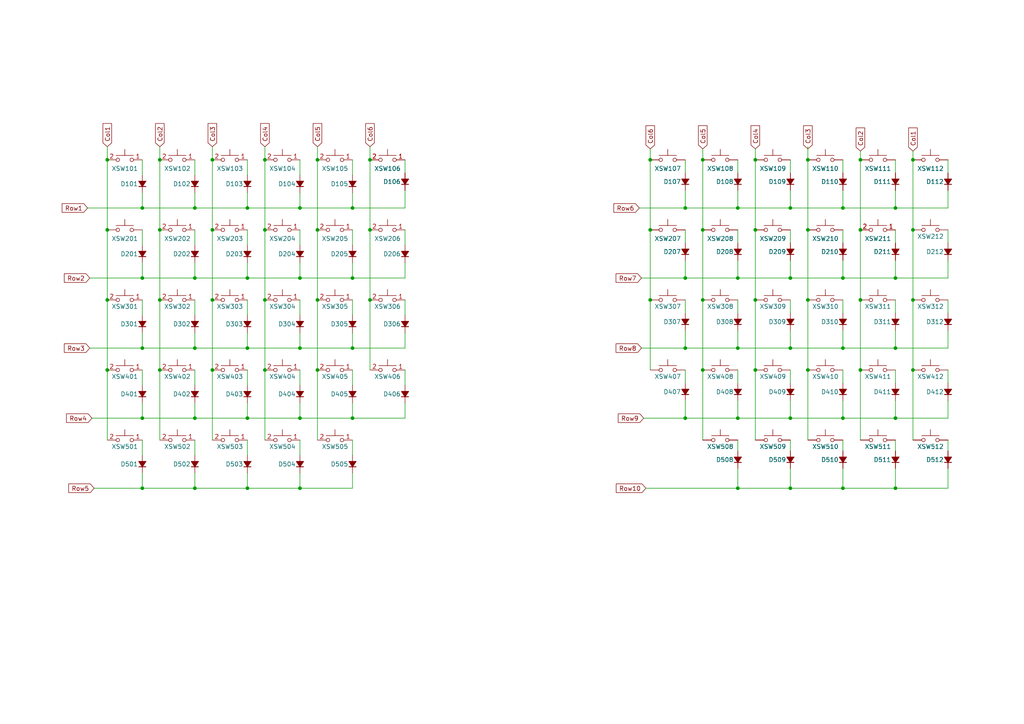
<source format=kicad_sch>
(kicad_sch (version 20211123) (generator eeschema)

  (uuid 0220db15-b950-4eda-a873-a823ddfa4b2c)

  (paper "A4")

  (title_block
    (title "tamago60")
    (date "2023-08-29")
    (rev "2")
    (company "EggsWorks, LLC")
  )

  (lib_symbols
    (symbol "Device:D_Small_Filled" (pin_numbers hide) (pin_names (offset 0.254) hide) (in_bom yes) (on_board yes)
      (property "Reference" "D" (id 0) (at -1.27 2.032 0)
        (effects (font (size 1.27 1.27)) (justify left))
      )
      (property "Value" "D_Small_Filled" (id 1) (at -3.81 -2.032 0)
        (effects (font (size 1.27 1.27)) (justify left))
      )
      (property "Footprint" "" (id 2) (at 0 0 90)
        (effects (font (size 1.27 1.27)) hide)
      )
      (property "Datasheet" "~" (id 3) (at 0 0 90)
        (effects (font (size 1.27 1.27)) hide)
      )
      (property "ki_keywords" "diode" (id 4) (at 0 0 0)
        (effects (font (size 1.27 1.27)) hide)
      )
      (property "ki_description" "Diode, small symbol, filled shape" (id 5) (at 0 0 0)
        (effects (font (size 1.27 1.27)) hide)
      )
      (property "ki_fp_filters" "TO-???* *_Diode_* *SingleDiode* D_*" (id 6) (at 0 0 0)
        (effects (font (size 1.27 1.27)) hide)
      )
      (symbol "D_Small_Filled_0_1"
        (polyline
          (pts
            (xy -0.762 -1.016)
            (xy -0.762 1.016)
          )
          (stroke (width 0.254) (type default) (color 0 0 0 0))
          (fill (type none))
        )
        (polyline
          (pts
            (xy -0.762 0)
            (xy 0.762 0)
          )
          (stroke (width 0) (type default) (color 0 0 0 0))
          (fill (type none))
        )
        (polyline
          (pts
            (xy 0.762 -1.016)
            (xy -0.762 0)
            (xy 0.762 1.016)
            (xy 0.762 -1.016)
          )
          (stroke (width 0.254) (type default) (color 0 0 0 0))
          (fill (type outline))
        )
      )
      (symbol "D_Small_Filled_1_1"
        (pin passive line (at -2.54 0 0) (length 1.778)
          (name "K" (effects (font (size 1.27 1.27))))
          (number "1" (effects (font (size 1.27 1.27))))
        )
        (pin passive line (at 2.54 0 180) (length 1.778)
          (name "A" (effects (font (size 1.27 1.27))))
          (number "2" (effects (font (size 1.27 1.27))))
        )
      )
    )
    (symbol "Switch:SW_Push" (pin_numbers hide) (pin_names (offset 1.016) hide) (in_bom yes) (on_board yes)
      (property "Reference" "SW" (id 0) (at 1.27 2.54 0)
        (effects (font (size 1.27 1.27)) (justify left))
      )
      (property "Value" "SW_Push" (id 1) (at 0 -1.524 0)
        (effects (font (size 1.27 1.27)))
      )
      (property "Footprint" "" (id 2) (at 0 5.08 0)
        (effects (font (size 1.27 1.27)) hide)
      )
      (property "Datasheet" "~" (id 3) (at 0 5.08 0)
        (effects (font (size 1.27 1.27)) hide)
      )
      (property "ki_keywords" "switch normally-open pushbutton push-button" (id 4) (at 0 0 0)
        (effects (font (size 1.27 1.27)) hide)
      )
      (property "ki_description" "Push button switch, generic, two pins" (id 5) (at 0 0 0)
        (effects (font (size 1.27 1.27)) hide)
      )
      (symbol "SW_Push_0_1"
        (circle (center -2.032 0) (radius 0.508)
          (stroke (width 0) (type default) (color 0 0 0 0))
          (fill (type none))
        )
        (polyline
          (pts
            (xy 0 1.27)
            (xy 0 3.048)
          )
          (stroke (width 0) (type default) (color 0 0 0 0))
          (fill (type none))
        )
        (polyline
          (pts
            (xy 2.54 1.27)
            (xy -2.54 1.27)
          )
          (stroke (width 0) (type default) (color 0 0 0 0))
          (fill (type none))
        )
        (circle (center 2.032 0) (radius 0.508)
          (stroke (width 0) (type default) (color 0 0 0 0))
          (fill (type none))
        )
        (pin passive line (at -5.08 0 0) (length 2.54)
          (name "1" (effects (font (size 1.27 1.27))))
          (number "1" (effects (font (size 1.27 1.27))))
        )
        (pin passive line (at 5.08 0 180) (length 2.54)
          (name "2" (effects (font (size 1.27 1.27))))
          (number "2" (effects (font (size 1.27 1.27))))
        )
      )
    )
    (symbol "tamago60:SW_Push_flipped" (pin_names (offset 1.016) hide) (in_bom yes) (on_board yes)
      (property "Reference" "SW101" (id 0) (at 0 -2.54 0)
        (effects (font (size 1.27 1.27)))
      )
      (property "Value" "SW_Push_flipped" (id 1) (at 0 -5.08 0)
        (effects (font (size 1.27 1.27)) hide)
      )
      (property "Footprint" "tamago60:Kailh_socket_MX_platemount" (id 2) (at 0 5.08 0)
        (effects (font (size 1.27 1.27)) hide)
      )
      (property "Datasheet" "~" (id 3) (at 0 5.08 0)
        (effects (font (size 1.27 1.27)) hide)
      )
      (property "ki_keywords" "switch normally-open pushbutton push-button" (id 4) (at 0 0 0)
        (effects (font (size 1.27 1.27)) hide)
      )
      (property "ki_description" "Push button switch, generic, two pins" (id 5) (at 0 0 0)
        (effects (font (size 1.27 1.27)) hide)
      )
      (symbol "SW_Push_flipped_0_1"
        (circle (center -2.032 0) (radius 0.508)
          (stroke (width 0) (type default) (color 0 0 0 0))
          (fill (type none))
        )
        (polyline
          (pts
            (xy 0 1.27)
            (xy 0 3.048)
          )
          (stroke (width 0) (type default) (color 0 0 0 0))
          (fill (type none))
        )
        (polyline
          (pts
            (xy 2.54 1.27)
            (xy -2.54 1.27)
          )
          (stroke (width 0) (type default) (color 0 0 0 0))
          (fill (type none))
        )
        (circle (center 2.032 0) (radius 0.508)
          (stroke (width 0) (type default) (color 0 0 0 0))
          (fill (type none))
        )
        (pin passive line (at 5.08 0 180) (length 2.54)
          (name "1" (effects (font (size 1.27 1.27))))
          (number "1" (effects (font (size 1.27 1.27))))
        )
        (pin passive line (at -5.08 0 0) (length 2.54)
          (name "2" (effects (font (size 1.27 1.27))))
          (number "2" (effects (font (size 1.27 1.27))))
        )
      )
    )
  )

  (junction (at 219.075 46.355) (diameter 0) (color 0 0 0 0)
    (uuid 01f94634-5356-4296-9fac-3a6c668b26b9)
  )
  (junction (at 264.795 86.995) (diameter 0) (color 0 0 0 0)
    (uuid 0507ca47-226c-48c7-b289-e3806106e905)
  )
  (junction (at 76.835 107.315) (diameter 0) (color 0 0 0 0)
    (uuid 05a16cb1-99c6-46d7-9c43-a53cbda2bc05)
  )
  (junction (at 61.595 107.315) (diameter 0) (color 0 0 0 0)
    (uuid 07a3e441-ef04-4a8e-900c-6f4eb92082f3)
  )
  (junction (at 31.115 86.995) (diameter 0) (color 0 0 0 0)
    (uuid 098c35d1-46d6-443f-9220-32fde1b0a485)
  )
  (junction (at 259.715 100.965) (diameter 0) (color 0 0 0 0)
    (uuid 0a8a8b33-c18e-4d9c-9a93-71df920401ba)
  )
  (junction (at 198.755 80.645) (diameter 0) (color 0 0 0 0)
    (uuid 0fb6709f-9727-4279-a566-50a6e6b1c2e9)
  )
  (junction (at 259.715 121.285) (diameter 0) (color 0 0 0 0)
    (uuid 13f7c1fe-f044-4d54-a817-2118050824b7)
  )
  (junction (at 86.995 121.285) (diameter 0) (color 0 0 0 0)
    (uuid 17fb956d-df9d-414b-b294-6445a12881f5)
  )
  (junction (at 259.715 141.605) (diameter 0) (color 0 0 0 0)
    (uuid 19fa3fdc-e8f8-44f1-83d6-36429e4bc9a7)
  )
  (junction (at 249.555 86.995) (diameter 0) (color 0 0 0 0)
    (uuid 1b73951f-ebc3-40c7-9938-1d2037e4a6ed)
  )
  (junction (at 229.235 100.965) (diameter 0) (color 0 0 0 0)
    (uuid 1ca5b2ed-f06f-46aa-8a51-2a4861bdd665)
  )
  (junction (at 86.995 80.645) (diameter 0) (color 0 0 0 0)
    (uuid 1e3eb9f4-03b6-44af-b560-a1d7e242ea59)
  )
  (junction (at 249.555 107.315) (diameter 0) (color 0 0 0 0)
    (uuid 1fc93007-d945-436e-84d0-cb2efc322971)
  )
  (junction (at 234.315 86.995) (diameter 0) (color 0 0 0 0)
    (uuid 23a653cb-3cc3-493c-a6ac-73edb9d6053c)
  )
  (junction (at 229.235 121.285) (diameter 0) (color 0 0 0 0)
    (uuid 23ad9349-cf40-4a8e-b39f-a1d3393613bc)
  )
  (junction (at 203.835 66.675) (diameter 0) (color 0 0 0 0)
    (uuid 2456f64f-ad57-4859-8a12-d6a33ba9e9d8)
  )
  (junction (at 249.555 66.675) (diameter 0) (color 0 0 0 0)
    (uuid 2907b7f3-33a7-4994-90ae-8dcd6a31025b)
  )
  (junction (at 41.275 141.605) (diameter 0) (color 0 0 0 0)
    (uuid 29ef4dff-2aee-474d-94a0-f20df901ac0f)
  )
  (junction (at 86.995 60.325) (diameter 0) (color 0 0 0 0)
    (uuid 2ee2c46a-49c2-4265-8207-4601009c6867)
  )
  (junction (at 213.995 60.325) (diameter 0) (color 0 0 0 0)
    (uuid 30256ec5-5f4e-4541-9465-b08df9f06a88)
  )
  (junction (at 102.235 60.325) (diameter 0) (color 0 0 0 0)
    (uuid 31ef5e1a-bdf4-4054-be88-86d2da72bce9)
  )
  (junction (at 259.715 80.645) (diameter 0) (color 0 0 0 0)
    (uuid 3301d298-fa99-4b9c-98f7-c7e29f562a8d)
  )
  (junction (at 229.235 80.645) (diameter 0) (color 0 0 0 0)
    (uuid 3417b237-6302-4bad-8c20-dd9b08adbe06)
  )
  (junction (at 229.235 60.325) (diameter 0) (color 0 0 0 0)
    (uuid 3e14e17b-9d3b-418c-8de2-3bfb4d174b57)
  )
  (junction (at 31.115 66.675) (diameter 0) (color 0 0 0 0)
    (uuid 40702ee2-7058-4863-a8c8-e4df60506109)
  )
  (junction (at 31.115 46.355) (diameter 0) (color 0 0 0 0)
    (uuid 40c3d3d9-2de7-42d5-961c-75a8759e7aed)
  )
  (junction (at 102.235 80.645) (diameter 0) (color 0 0 0 0)
    (uuid 4417bc2e-1e56-4f1e-954b-bba59563e0a1)
  )
  (junction (at 188.595 46.355) (diameter 0) (color 0 0 0 0)
    (uuid 469d481a-b6a1-4337-96ab-95619d763e5a)
  )
  (junction (at 264.795 66.675) (diameter 0) (color 0 0 0 0)
    (uuid 49ac0c79-716d-40c3-8b65-3b4a66ec4572)
  )
  (junction (at 41.275 60.325) (diameter 0) (color 0 0 0 0)
    (uuid 4cc4edce-c335-4784-8fcf-aab016675697)
  )
  (junction (at 229.235 141.605) (diameter 0) (color 0 0 0 0)
    (uuid 52905731-a85c-4769-85c9-e06069311f8e)
  )
  (junction (at 71.755 100.965) (diameter 0) (color 0 0 0 0)
    (uuid 57e5c7ad-4ebf-486f-8321-6d742a7d117b)
  )
  (junction (at 86.995 100.965) (diameter 0) (color 0 0 0 0)
    (uuid 5d8a3677-a198-43d3-88b2-676fd277c622)
  )
  (junction (at 56.515 80.645) (diameter 0) (color 0 0 0 0)
    (uuid 5fea60d7-d00c-4506-a268-cbb374ecf51e)
  )
  (junction (at 259.715 60.325) (diameter 0) (color 0 0 0 0)
    (uuid 620c7359-1689-4412-bd2e-139b6c50a91e)
  )
  (junction (at 213.995 80.645) (diameter 0) (color 0 0 0 0)
    (uuid 621cabff-f61b-48a8-9fd6-2ce588fdd582)
  )
  (junction (at 213.995 121.285) (diameter 0) (color 0 0 0 0)
    (uuid 6a320830-3fb4-4e38-91e4-88c06c9dc57f)
  )
  (junction (at 244.475 80.645) (diameter 0) (color 0 0 0 0)
    (uuid 6b9ba01a-0d26-4889-9106-168ae7ca1da1)
  )
  (junction (at 76.835 86.995) (diameter 0) (color 0 0 0 0)
    (uuid 6e465464-d9bd-430b-89a1-975ca4f156a7)
  )
  (junction (at 198.755 100.965) (diameter 0) (color 0 0 0 0)
    (uuid 6eae0bdf-df80-449e-bb2e-cc2fd57e3431)
  )
  (junction (at 234.315 107.315) (diameter 0) (color 0 0 0 0)
    (uuid 6eb7d4d1-40ac-4b83-a179-9fd9e7cdc7de)
  )
  (junction (at 203.835 46.355) (diameter 0) (color 0 0 0 0)
    (uuid 6ede0e3a-d9f9-4944-b839-46f3d8c0ec85)
  )
  (junction (at 71.755 60.325) (diameter 0) (color 0 0 0 0)
    (uuid 732ad065-3b1c-4076-bbb4-ef41fe407a02)
  )
  (junction (at 244.475 121.285) (diameter 0) (color 0 0 0 0)
    (uuid 73f92432-49ab-4e26-a18a-de78c3cf389d)
  )
  (junction (at 46.355 86.995) (diameter 0) (color 0 0 0 0)
    (uuid 7519ad29-bd20-48a7-8c52-e6d7194db6bc)
  )
  (junction (at 244.475 100.965) (diameter 0) (color 0 0 0 0)
    (uuid 79934dcd-4c80-4c91-a26c-059b08cc4856)
  )
  (junction (at 188.595 86.995) (diameter 0) (color 0 0 0 0)
    (uuid 7eb58e54-2cd1-4912-a76a-31601d4217d8)
  )
  (junction (at 107.315 46.355) (diameter 0) (color 0 0 0 0)
    (uuid 7fd99ed5-d6a6-45c3-a768-30e9a4277c47)
  )
  (junction (at 41.275 100.965) (diameter 0) (color 0 0 0 0)
    (uuid 82b7f502-0bbb-4271-904a-518bc763abc6)
  )
  (junction (at 61.595 86.995) (diameter 0) (color 0 0 0 0)
    (uuid 85e5b892-0968-4204-9492-f5ceffd16edd)
  )
  (junction (at 234.315 46.355) (diameter 0) (color 0 0 0 0)
    (uuid 860ccb80-41a3-4625-a868-42d80c2ad77a)
  )
  (junction (at 92.075 66.675) (diameter 0) (color 0 0 0 0)
    (uuid 875f1cee-906e-4eb5-8cc4-46c90920a04e)
  )
  (junction (at 219.075 66.675) (diameter 0) (color 0 0 0 0)
    (uuid 8d08fcd2-cc00-48fd-8b29-169e7a723297)
  )
  (junction (at 46.355 66.675) (diameter 0) (color 0 0 0 0)
    (uuid 8d8a4777-87c8-448a-9653-d9b8a4fabedf)
  )
  (junction (at 92.075 86.995) (diameter 0) (color 0 0 0 0)
    (uuid 963799cb-864a-484a-bd52-68c0e7a08088)
  )
  (junction (at 219.075 86.995) (diameter 0) (color 0 0 0 0)
    (uuid 975dc983-4f5a-4b3a-8a6d-0bf71985b56f)
  )
  (junction (at 102.235 100.965) (diameter 0) (color 0 0 0 0)
    (uuid 990f6368-6ae1-4028-a79a-06ae85b0f560)
  )
  (junction (at 46.355 46.355) (diameter 0) (color 0 0 0 0)
    (uuid 9b467133-2bca-49f9-85e2-8dfd1cc38877)
  )
  (junction (at 249.555 46.355) (diameter 0) (color 0 0 0 0)
    (uuid 9bb6d945-e1f6-4394-9f47-e80fdaafcf96)
  )
  (junction (at 203.835 107.315) (diameter 0) (color 0 0 0 0)
    (uuid 9d9747df-01e5-4df7-a821-5bad1c9f4d5b)
  )
  (junction (at 107.315 86.995) (diameter 0) (color 0 0 0 0)
    (uuid a038e1d1-a4fb-436b-8d56-cd172e8a0562)
  )
  (junction (at 71.755 121.285) (diameter 0) (color 0 0 0 0)
    (uuid a14ea6eb-e78e-4e4a-bac0-d2f6de455170)
  )
  (junction (at 31.115 107.315) (diameter 0) (color 0 0 0 0)
    (uuid a1e08d06-dec8-4e9a-8e43-8f8bb7f2d6e2)
  )
  (junction (at 71.755 80.645) (diameter 0) (color 0 0 0 0)
    (uuid a5700fc5-4bb9-4330-b466-f6dbcdeeaa70)
  )
  (junction (at 264.795 107.315) (diameter 0) (color 0 0 0 0)
    (uuid a88c17d3-0cd2-4316-b2dc-e8a0283166b9)
  )
  (junction (at 203.835 86.995) (diameter 0) (color 0 0 0 0)
    (uuid aeb5d234-478d-4034-befd-5ef6b999af45)
  )
  (junction (at 92.075 107.315) (diameter 0) (color 0 0 0 0)
    (uuid b009b71e-e716-426d-aee9-e6d4111b876b)
  )
  (junction (at 219.075 107.315) (diameter 0) (color 0 0 0 0)
    (uuid b6a3b95d-d0d1-45f3-9c18-6192d43bfc88)
  )
  (junction (at 71.755 141.605) (diameter 0) (color 0 0 0 0)
    (uuid bb1a189b-ae9a-4704-a331-a5541d4c967a)
  )
  (junction (at 188.595 66.675) (diameter 0) (color 0 0 0 0)
    (uuid bdb46ecb-670b-48f1-9de4-023f8a2920ec)
  )
  (junction (at 61.595 66.675) (diameter 0) (color 0 0 0 0)
    (uuid c0221658-379b-441a-be85-25658becac60)
  )
  (junction (at 61.595 46.355) (diameter 0) (color 0 0 0 0)
    (uuid c366a844-52f3-44c3-9a25-1f18f02bf11d)
  )
  (junction (at 56.515 141.605) (diameter 0) (color 0 0 0 0)
    (uuid c4102c2a-e9ed-4448-9b30-76f8e0bece58)
  )
  (junction (at 56.515 100.965) (diameter 0) (color 0 0 0 0)
    (uuid c7d8229e-dc65-43e1-9e50-3e7f5d0ad608)
  )
  (junction (at 213.995 100.965) (diameter 0) (color 0 0 0 0)
    (uuid c885e3e7-2c08-4ba3-8008-72516a030a17)
  )
  (junction (at 41.275 80.645) (diameter 0) (color 0 0 0 0)
    (uuid c9631889-0377-4db3-90bf-6fb740fe4b8a)
  )
  (junction (at 198.755 121.285) (diameter 0) (color 0 0 0 0)
    (uuid cdc19195-a3aa-4544-95cf-fa3d86ddd476)
  )
  (junction (at 264.795 46.355) (diameter 0) (color 0 0 0 0)
    (uuid ce68a873-8bab-49c5-b214-e95efc33a17b)
  )
  (junction (at 76.835 66.675) (diameter 0) (color 0 0 0 0)
    (uuid d565a95a-f821-466f-8188-e68493f8c4e2)
  )
  (junction (at 198.755 60.325) (diameter 0) (color 0 0 0 0)
    (uuid d8d2d4d2-2479-4cc8-a238-a05ce0f5d489)
  )
  (junction (at 102.235 121.285) (diameter 0) (color 0 0 0 0)
    (uuid e08fef0c-8a30-44df-80da-2ab47715fd42)
  )
  (junction (at 244.475 60.325) (diameter 0) (color 0 0 0 0)
    (uuid e30b0bc0-978f-4cbc-b2f2-8571d005e650)
  )
  (junction (at 56.515 121.285) (diameter 0) (color 0 0 0 0)
    (uuid e322832e-2e49-47be-8605-7b0dfca72190)
  )
  (junction (at 46.355 107.315) (diameter 0) (color 0 0 0 0)
    (uuid e371493f-0143-4e46-8bd3-06fd86fce5a0)
  )
  (junction (at 244.475 141.605) (diameter 0) (color 0 0 0 0)
    (uuid e371b724-bdf6-4b6a-8fec-4660a4a5e22c)
  )
  (junction (at 92.075 46.355) (diameter 0) (color 0 0 0 0)
    (uuid f022f674-4758-400c-8c3c-a496b3b07315)
  )
  (junction (at 213.995 141.605) (diameter 0) (color 0 0 0 0)
    (uuid f092e084-feca-40ec-af7a-b9403d4b96ee)
  )
  (junction (at 107.315 66.675) (diameter 0) (color 0 0 0 0)
    (uuid f5a24e13-01ca-4b35-8bf9-9db8b7b2abe7)
  )
  (junction (at 234.315 66.675) (diameter 0) (color 0 0 0 0)
    (uuid f933603b-9c68-4f09-a0fb-34d9a15bb432)
  )
  (junction (at 41.275 121.285) (diameter 0) (color 0 0 0 0)
    (uuid fa58f537-3825-465c-a323-977e90106056)
  )
  (junction (at 56.515 60.325) (diameter 0) (color 0 0 0 0)
    (uuid fb7749cf-2119-48f6-a93b-58354688d123)
  )
  (junction (at 86.995 141.605) (diameter 0) (color 0 0 0 0)
    (uuid fe8a357f-6b3e-46cc-bc71-b7686f561377)
  )
  (junction (at 76.835 46.355) (diameter 0) (color 0 0 0 0)
    (uuid ff9e1828-d778-462c-81f4-760b8a8b7bd6)
  )

  (wire (pts (xy 56.515 80.645) (xy 71.755 80.645))
    (stroke (width 0) (type default) (color 0 0 0 0))
    (uuid 026e3c68-172a-4d12-a751-78d9b275dbeb)
  )
  (wire (pts (xy 102.235 80.645) (xy 117.475 80.645))
    (stroke (width 0) (type default) (color 0 0 0 0))
    (uuid 0277ca83-339e-4795-8763-96bea9c08bfb)
  )
  (wire (pts (xy 186.055 80.645) (xy 198.755 80.645))
    (stroke (width 0) (type default) (color 0 0 0 0))
    (uuid 035be7cc-9d7b-4d3a-854f-62ab4759bf8c)
  )
  (wire (pts (xy 198.755 60.325) (xy 213.995 60.325))
    (stroke (width 0) (type default) (color 0 0 0 0))
    (uuid 03d967df-21e2-45b6-811a-ea7b3c9f7a66)
  )
  (wire (pts (xy 117.475 86.995) (xy 117.475 91.44))
    (stroke (width 0) (type default) (color 0 0 0 0))
    (uuid 083140be-7033-4bf8-a9e6-d09191cbe890)
  )
  (wire (pts (xy 56.515 137.16) (xy 56.515 141.605))
    (stroke (width 0) (type default) (color 0 0 0 0))
    (uuid 08cd9c9d-44fb-4595-9fa0-1435ccc64e82)
  )
  (wire (pts (xy 213.995 55.245) (xy 213.995 60.325))
    (stroke (width 0) (type default) (color 0 0 0 0))
    (uuid 0abe9f0a-4d4b-4684-9484-bf1f6e5932d7)
  )
  (wire (pts (xy 274.955 135.89) (xy 274.955 141.605))
    (stroke (width 0) (type default) (color 0 0 0 0))
    (uuid 0b7c70ed-ab2d-4c5e-9aec-ee4718ea45b7)
  )
  (wire (pts (xy 259.715 95.885) (xy 259.715 100.965))
    (stroke (width 0) (type default) (color 0 0 0 0))
    (uuid 0beaf31f-f5dd-410d-811d-6c3e38520c6d)
  )
  (wire (pts (xy 198.755 80.645) (xy 213.995 80.645))
    (stroke (width 0) (type default) (color 0 0 0 0))
    (uuid 0c50d562-9ad0-4c47-8c15-9bccb7e4c5bb)
  )
  (wire (pts (xy 259.715 121.285) (xy 274.955 121.285))
    (stroke (width 0) (type default) (color 0 0 0 0))
    (uuid 0ca57fa1-3991-4734-af22-1bce3de3980c)
  )
  (wire (pts (xy 229.235 75.565) (xy 229.235 80.645))
    (stroke (width 0) (type default) (color 0 0 0 0))
    (uuid 0cbcd251-c07f-4399-99ae-dece5a9691b2)
  )
  (wire (pts (xy 213.995 75.565) (xy 213.995 80.645))
    (stroke (width 0) (type default) (color 0 0 0 0))
    (uuid 0cc09e6a-5bbb-49b4-afff-068ce8ebd5d2)
  )
  (wire (pts (xy 92.075 86.995) (xy 92.075 107.315))
    (stroke (width 0) (type default) (color 0 0 0 0))
    (uuid 0e620dde-c3ed-4a58-903f-35f38e5132bd)
  )
  (wire (pts (xy 244.475 66.675) (xy 244.475 70.485))
    (stroke (width 0) (type default) (color 0 0 0 0))
    (uuid 10ca2d58-5a07-45c6-8e07-8de3b413ea88)
  )
  (wire (pts (xy 203.835 107.315) (xy 203.835 127.635))
    (stroke (width 0) (type default) (color 0 0 0 0))
    (uuid 12479dfa-5a2c-4fa4-9dac-aad9e78b46ad)
  )
  (wire (pts (xy 259.715 127.635) (xy 259.715 130.81))
    (stroke (width 0) (type default) (color 0 0 0 0))
    (uuid 124c5923-7ec2-47de-9be3-579643380480)
  )
  (wire (pts (xy 213.995 86.995) (xy 213.995 90.805))
    (stroke (width 0) (type default) (color 0 0 0 0))
    (uuid 12864c36-7c1c-4e0f-a04b-1ef8ecedbcb7)
  )
  (wire (pts (xy 102.235 60.325) (xy 117.475 60.325))
    (stroke (width 0) (type default) (color 0 0 0 0))
    (uuid 131d1979-0586-4d89-80cf-2f0ebc6f0671)
  )
  (wire (pts (xy 71.755 46.355) (xy 71.755 50.8))
    (stroke (width 0) (type default) (color 0 0 0 0))
    (uuid 13ebbb4c-e908-451f-a36f-dbcf9494117f)
  )
  (wire (pts (xy 117.475 46.355) (xy 117.475 50.165))
    (stroke (width 0) (type default) (color 0 0 0 0))
    (uuid 14e60358-1977-4e2c-890e-c3d70599da47)
  )
  (wire (pts (xy 244.475 141.605) (xy 259.715 141.605))
    (stroke (width 0) (type default) (color 0 0 0 0))
    (uuid 15bf6680-2045-4d00-af70-47332160becc)
  )
  (wire (pts (xy 249.555 66.675) (xy 249.555 86.995))
    (stroke (width 0) (type default) (color 0 0 0 0))
    (uuid 17310bfe-31dc-4225-b4d4-37149c7c8f2c)
  )
  (wire (pts (xy 187.325 141.605) (xy 213.995 141.605))
    (stroke (width 0) (type default) (color 0 0 0 0))
    (uuid 184e03ca-f01f-4706-863b-fd60be9f8fac)
  )
  (wire (pts (xy 102.235 46.355) (xy 102.235 50.8))
    (stroke (width 0) (type default) (color 0 0 0 0))
    (uuid 192753c3-f261-428a-83c5-54a4b24fb23b)
  )
  (wire (pts (xy 92.075 46.355) (xy 92.075 66.675))
    (stroke (width 0) (type default) (color 0 0 0 0))
    (uuid 1e6e9f8f-deeb-41a4-9297-431681b247de)
  )
  (wire (pts (xy 259.715 141.605) (xy 274.955 141.605))
    (stroke (width 0) (type default) (color 0 0 0 0))
    (uuid 21602e71-b521-463e-b27d-b857f66c0eb4)
  )
  (wire (pts (xy 264.795 46.355) (xy 264.795 66.675))
    (stroke (width 0) (type default) (color 0 0 0 0))
    (uuid 22a3e3d1-4163-4b16-8dbe-5192941f610e)
  )
  (wire (pts (xy 213.995 60.325) (xy 229.235 60.325))
    (stroke (width 0) (type default) (color 0 0 0 0))
    (uuid 23dd195f-cd17-4731-b6b0-b5d835bfb054)
  )
  (wire (pts (xy 229.235 100.965) (xy 244.475 100.965))
    (stroke (width 0) (type default) (color 0 0 0 0))
    (uuid 23f37d4b-1312-4055-a170-5c59977b2d41)
  )
  (wire (pts (xy 102.235 107.315) (xy 102.235 111.76))
    (stroke (width 0) (type default) (color 0 0 0 0))
    (uuid 25a4e1e5-a2c6-419c-ad01-149bfde05f67)
  )
  (wire (pts (xy 259.715 86.995) (xy 259.715 90.805))
    (stroke (width 0) (type default) (color 0 0 0 0))
    (uuid 25abfd02-5caf-4943-abe8-4744ef91d470)
  )
  (wire (pts (xy 86.995 100.965) (xy 102.235 100.965))
    (stroke (width 0) (type default) (color 0 0 0 0))
    (uuid 25fa3347-7489-46cc-ad94-199d95938ecd)
  )
  (wire (pts (xy 188.595 43.18) (xy 188.595 46.355))
    (stroke (width 0) (type default) (color 0 0 0 0))
    (uuid 27c72693-11cf-40cd-9fae-46f6afeeb6e8)
  )
  (wire (pts (xy 61.595 107.315) (xy 61.595 127.635))
    (stroke (width 0) (type default) (color 0 0 0 0))
    (uuid 282e2eae-3a83-4223-8583-646a2104b3a4)
  )
  (wire (pts (xy 71.755 100.965) (xy 86.995 100.965))
    (stroke (width 0) (type default) (color 0 0 0 0))
    (uuid 2f79f1d1-0ad8-4eb4-a410-97f5630a5b78)
  )
  (wire (pts (xy 264.795 66.675) (xy 264.795 86.995))
    (stroke (width 0) (type default) (color 0 0 0 0))
    (uuid 31313a21-e406-4c48-ab70-4f2fb95702e3)
  )
  (wire (pts (xy 198.755 46.355) (xy 198.755 50.165))
    (stroke (width 0) (type default) (color 0 0 0 0))
    (uuid 31a6a3f2-e9c8-4fa9-8156-ab7f5665193b)
  )
  (wire (pts (xy 274.955 46.355) (xy 274.955 50.165))
    (stroke (width 0) (type default) (color 0 0 0 0))
    (uuid 32f34322-5ae2-43f7-9408-f1c3c6848c34)
  )
  (wire (pts (xy 46.355 42.545) (xy 46.355 46.355))
    (stroke (width 0) (type default) (color 0 0 0 0))
    (uuid 3396ca70-66f1-4d66-83c0-f521984b7313)
  )
  (wire (pts (xy 86.995 46.355) (xy 86.995 50.8))
    (stroke (width 0) (type default) (color 0 0 0 0))
    (uuid 351c5e51-9626-41ba-9b97-077bdbce9886)
  )
  (wire (pts (xy 274.955 127.635) (xy 274.955 130.81))
    (stroke (width 0) (type default) (color 0 0 0 0))
    (uuid 36a6910e-52a2-4ad1-ad15-a3d41a07bd48)
  )
  (wire (pts (xy 71.755 137.16) (xy 71.755 141.605))
    (stroke (width 0) (type default) (color 0 0 0 0))
    (uuid 36ad9c79-f332-4bfd-ada4-2f17284f8fbb)
  )
  (wire (pts (xy 76.835 107.315) (xy 76.835 127.635))
    (stroke (width 0) (type default) (color 0 0 0 0))
    (uuid 374fc8ac-fb28-4228-8d5a-6adf982ece98)
  )
  (wire (pts (xy 249.555 46.355) (xy 249.555 66.675))
    (stroke (width 0) (type default) (color 0 0 0 0))
    (uuid 37e3d611-e700-4875-869f-320edf9a9f91)
  )
  (wire (pts (xy 56.515 100.965) (xy 71.755 100.965))
    (stroke (width 0) (type default) (color 0 0 0 0))
    (uuid 3a1b4f28-4e72-40b5-a74b-950188ce042b)
  )
  (wire (pts (xy 117.475 107.315) (xy 117.475 111.76))
    (stroke (width 0) (type default) (color 0 0 0 0))
    (uuid 3a733537-0e3f-42ce-86ff-2fe5f0b8cd1b)
  )
  (wire (pts (xy 244.475 127.635) (xy 244.475 130.81))
    (stroke (width 0) (type default) (color 0 0 0 0))
    (uuid 3ce9b9d7-0630-4797-bf57-5b81f54d7344)
  )
  (wire (pts (xy 102.235 55.88) (xy 102.235 60.325))
    (stroke (width 0) (type default) (color 0 0 0 0))
    (uuid 3e4bb21f-e1fe-44e1-9aa2-e63c54894dc6)
  )
  (wire (pts (xy 26.035 100.965) (xy 41.275 100.965))
    (stroke (width 0) (type default) (color 0 0 0 0))
    (uuid 3e6de1c7-91f4-4b16-b2fe-b1b0f3a9ed58)
  )
  (wire (pts (xy 259.715 100.965) (xy 274.955 100.965))
    (stroke (width 0) (type default) (color 0 0 0 0))
    (uuid 3ea6d35f-dca2-4b7e-bfd4-c3e18e1e14a4)
  )
  (wire (pts (xy 56.515 86.995) (xy 56.515 91.44))
    (stroke (width 0) (type default) (color 0 0 0 0))
    (uuid 3ef86a06-892e-447f-9d66-3c0e07e92a4e)
  )
  (wire (pts (xy 117.475 76.2) (xy 117.475 80.645))
    (stroke (width 0) (type default) (color 0 0 0 0))
    (uuid 3f6fd407-4803-4478-a72b-e3c65aab0fa0)
  )
  (wire (pts (xy 102.235 96.52) (xy 102.235 100.965))
    (stroke (width 0) (type default) (color 0 0 0 0))
    (uuid 3fff498e-9b0e-4df7-b9ab-2b83aeae0108)
  )
  (wire (pts (xy 213.995 121.285) (xy 229.235 121.285))
    (stroke (width 0) (type default) (color 0 0 0 0))
    (uuid 417b9695-75f0-43c5-89ef-84a8c4b859d3)
  )
  (wire (pts (xy 86.995 137.16) (xy 86.995 141.605))
    (stroke (width 0) (type default) (color 0 0 0 0))
    (uuid 42fa3987-8a78-4aee-88c0-58a841384317)
  )
  (wire (pts (xy 274.955 66.675) (xy 274.955 70.485))
    (stroke (width 0) (type default) (color 0 0 0 0))
    (uuid 430b83d5-3323-4cd5-8b21-1926c60cd511)
  )
  (wire (pts (xy 244.475 100.965) (xy 259.715 100.965))
    (stroke (width 0) (type default) (color 0 0 0 0))
    (uuid 435d67f5-3182-4de7-9c1f-d5232de46821)
  )
  (wire (pts (xy 229.235 95.885) (xy 229.235 100.965))
    (stroke (width 0) (type default) (color 0 0 0 0))
    (uuid 4425bdd5-193f-4b3a-b00f-a2070352a50d)
  )
  (wire (pts (xy 198.755 100.965) (xy 213.995 100.965))
    (stroke (width 0) (type default) (color 0 0 0 0))
    (uuid 4676a997-8954-42ff-9f5a-8c15627fcaab)
  )
  (wire (pts (xy 259.715 135.89) (xy 259.715 141.605))
    (stroke (width 0) (type default) (color 0 0 0 0))
    (uuid 473065c6-069a-46bd-97c3-8ae49e4d1146)
  )
  (wire (pts (xy 229.235 135.89) (xy 229.235 141.605))
    (stroke (width 0) (type default) (color 0 0 0 0))
    (uuid 476d13d0-fdfc-46ef-baab-0bee942e967f)
  )
  (wire (pts (xy 71.755 60.325) (xy 86.995 60.325))
    (stroke (width 0) (type default) (color 0 0 0 0))
    (uuid 480c5799-55f8-4ca8-81cd-78e53cf31bb3)
  )
  (wire (pts (xy 244.475 75.565) (xy 244.475 80.645))
    (stroke (width 0) (type default) (color 0 0 0 0))
    (uuid 4d30bd96-3381-41b9-9c63-7730ab09bf20)
  )
  (wire (pts (xy 117.475 55.245) (xy 117.475 60.325))
    (stroke (width 0) (type default) (color 0 0 0 0))
    (uuid 4dc8228c-e3da-4e49-bf15-cce5fe34f5ae)
  )
  (wire (pts (xy 102.235 121.285) (xy 117.475 121.285))
    (stroke (width 0) (type default) (color 0 0 0 0))
    (uuid 4e8fbfd2-1234-4b00-b2c1-a92655790feb)
  )
  (wire (pts (xy 274.955 86.995) (xy 274.955 90.805))
    (stroke (width 0) (type default) (color 0 0 0 0))
    (uuid 50785390-7c44-4826-acc4-555debaa4843)
  )
  (wire (pts (xy 198.755 55.245) (xy 198.755 60.325))
    (stroke (width 0) (type default) (color 0 0 0 0))
    (uuid 51220048-642d-40b1-91c1-babe5527e186)
  )
  (wire (pts (xy 86.995 96.52) (xy 86.995 100.965))
    (stroke (width 0) (type default) (color 0 0 0 0))
    (uuid 534c3fb6-9ed5-4b56-abf9-7ba161b82bcc)
  )
  (wire (pts (xy 102.235 86.995) (xy 102.235 91.44))
    (stroke (width 0) (type default) (color 0 0 0 0))
    (uuid 53c243ac-7cd0-4072-83aa-ff607518e78a)
  )
  (wire (pts (xy 203.835 46.355) (xy 203.835 66.675))
    (stroke (width 0) (type default) (color 0 0 0 0))
    (uuid 549ce56e-d4d2-421f-8cd6-7bce9ed475b7)
  )
  (wire (pts (xy 213.995 100.965) (xy 229.235 100.965))
    (stroke (width 0) (type default) (color 0 0 0 0))
    (uuid 55058a63-57c3-46dc-b190-3c36438d7b94)
  )
  (wire (pts (xy 213.995 80.645) (xy 229.235 80.645))
    (stroke (width 0) (type default) (color 0 0 0 0))
    (uuid 57a676ab-89c6-4faa-a543-450467c1a0b0)
  )
  (wire (pts (xy 198.755 75.565) (xy 198.755 80.645))
    (stroke (width 0) (type default) (color 0 0 0 0))
    (uuid 59f91ec2-8b28-4dd6-a3e6-27c4481cb9ab)
  )
  (wire (pts (xy 198.755 121.285) (xy 213.995 121.285))
    (stroke (width 0) (type default) (color 0 0 0 0))
    (uuid 5d6c462c-9626-44d9-b81e-9597c466449f)
  )
  (wire (pts (xy 244.475 135.89) (xy 244.475 141.605))
    (stroke (width 0) (type default) (color 0 0 0 0))
    (uuid 5d84328d-464d-4f7b-92b9-3fa93e0bdbe1)
  )
  (wire (pts (xy 41.275 141.605) (xy 56.515 141.605))
    (stroke (width 0) (type default) (color 0 0 0 0))
    (uuid 5f24a91f-d5a9-41f8-ac57-521485b88e19)
  )
  (wire (pts (xy 41.275 96.52) (xy 41.275 100.965))
    (stroke (width 0) (type default) (color 0 0 0 0))
    (uuid 5f4910c1-55ed-4e3a-9b85-4013c8ae82e9)
  )
  (wire (pts (xy 61.595 42.545) (xy 61.595 46.355))
    (stroke (width 0) (type default) (color 0 0 0 0))
    (uuid 602cb3e0-eea1-4b2d-ae7a-9923df6c9164)
  )
  (wire (pts (xy 234.315 42.545) (xy 234.315 46.355))
    (stroke (width 0) (type default) (color 0 0 0 0))
    (uuid 6286d1b2-c548-4cfb-9d04-af302e24e0c4)
  )
  (wire (pts (xy 234.315 46.355) (xy 234.315 66.675))
    (stroke (width 0) (type default) (color 0 0 0 0))
    (uuid 641273e5-64c7-4b63-a1ce-a06edd396fa2)
  )
  (wire (pts (xy 219.075 107.315) (xy 219.075 127.635))
    (stroke (width 0) (type default) (color 0 0 0 0))
    (uuid 6460c32b-6393-4660-9306-e4acc4fd8f61)
  )
  (wire (pts (xy 107.315 86.995) (xy 107.315 107.315))
    (stroke (width 0) (type default) (color 0 0 0 0))
    (uuid 64c55486-a069-48a8-9ab3-6c15f0aed455)
  )
  (wire (pts (xy 41.275 127.635) (xy 41.275 132.08))
    (stroke (width 0) (type default) (color 0 0 0 0))
    (uuid 67e916b6-e937-4301-ade7-cf8112c9cd25)
  )
  (wire (pts (xy 259.715 60.325) (xy 274.955 60.325))
    (stroke (width 0) (type default) (color 0 0 0 0))
    (uuid 685aca0e-5b2a-4c5e-a915-c8ec0c0ae705)
  )
  (wire (pts (xy 26.67 121.285) (xy 41.275 121.285))
    (stroke (width 0) (type default) (color 0 0 0 0))
    (uuid 6862120c-330d-47dd-b5af-f063eb85e3f3)
  )
  (wire (pts (xy 234.315 66.675) (xy 234.315 86.995))
    (stroke (width 0) (type default) (color 0 0 0 0))
    (uuid 686c5b0b-a1d9-494c-891a-58fa7fc51b64)
  )
  (wire (pts (xy 56.515 96.52) (xy 56.515 100.965))
    (stroke (width 0) (type default) (color 0 0 0 0))
    (uuid 68798cfb-8c05-4a57-a8d2-7f4230e8aca6)
  )
  (wire (pts (xy 259.715 80.645) (xy 274.955 80.645))
    (stroke (width 0) (type default) (color 0 0 0 0))
    (uuid 68fc9b53-647b-44ed-adfb-b56bc0323cc8)
  )
  (wire (pts (xy 41.275 66.675) (xy 41.275 71.12))
    (stroke (width 0) (type default) (color 0 0 0 0))
    (uuid 6b10ea30-2d33-4e53-82e7-237585759401)
  )
  (wire (pts (xy 213.995 46.355) (xy 213.995 50.165))
    (stroke (width 0) (type default) (color 0 0 0 0))
    (uuid 6b6e0a8a-be9f-4eee-90ef-7b95eaed3e00)
  )
  (wire (pts (xy 229.235 60.325) (xy 244.475 60.325))
    (stroke (width 0) (type default) (color 0 0 0 0))
    (uuid 6ba2e578-5bf6-48a0-b248-08c197e8f994)
  )
  (wire (pts (xy 41.275 76.2) (xy 41.275 80.645))
    (stroke (width 0) (type default) (color 0 0 0 0))
    (uuid 6be0f85f-3802-496c-a557-474eb71b4075)
  )
  (wire (pts (xy 274.955 55.245) (xy 274.955 60.325))
    (stroke (width 0) (type default) (color 0 0 0 0))
    (uuid 6e2f0f5f-2572-4662-a08c-ca528a858c20)
  )
  (wire (pts (xy 188.595 46.355) (xy 188.595 66.675))
    (stroke (width 0) (type default) (color 0 0 0 0))
    (uuid 729c1ee3-c139-4c9c-8827-60f69b50e6a9)
  )
  (wire (pts (xy 102.235 137.16) (xy 102.235 141.605))
    (stroke (width 0) (type default) (color 0 0 0 0))
    (uuid 7355892c-6656-45f4-9da4-e2df56b44e80)
  )
  (wire (pts (xy 249.555 107.315) (xy 249.555 127.635))
    (stroke (width 0) (type default) (color 0 0 0 0))
    (uuid 73645e27-253b-4440-a905-b94b72f6390a)
  )
  (wire (pts (xy 198.755 95.885) (xy 198.755 100.965))
    (stroke (width 0) (type default) (color 0 0 0 0))
    (uuid 736f1cb0-d0c2-44a7-8e08-95035f878a44)
  )
  (wire (pts (xy 229.235 116.205) (xy 229.235 121.285))
    (stroke (width 0) (type default) (color 0 0 0 0))
    (uuid 74f33f1d-16b3-49c4-8e2b-dec74394099a)
  )
  (wire (pts (xy 213.995 107.315) (xy 213.995 111.125))
    (stroke (width 0) (type default) (color 0 0 0 0))
    (uuid 7585a36d-cf9a-4e60-89ca-ce1e90833957)
  )
  (wire (pts (xy 107.315 46.355) (xy 107.315 66.675))
    (stroke (width 0) (type default) (color 0 0 0 0))
    (uuid 763ba901-6203-479e-a9a7-09fb1d51f767)
  )
  (wire (pts (xy 213.995 66.675) (xy 213.995 70.485))
    (stroke (width 0) (type default) (color 0 0 0 0))
    (uuid 77ff6059-8356-48f7-9dcb-64c463365887)
  )
  (wire (pts (xy 71.755 76.2) (xy 71.755 80.645))
    (stroke (width 0) (type default) (color 0 0 0 0))
    (uuid 78008870-d44c-4701-93a6-9ffe324cd6b4)
  )
  (wire (pts (xy 274.955 107.315) (xy 274.955 111.125))
    (stroke (width 0) (type default) (color 0 0 0 0))
    (uuid 785c456b-736c-44e5-9c7d-afe83e86ba43)
  )
  (wire (pts (xy 107.315 42.545) (xy 107.315 46.355))
    (stroke (width 0) (type default) (color 0 0 0 0))
    (uuid 78cdb8e1-54b8-4b75-b800-a9f0d011c1e8)
  )
  (wire (pts (xy 244.475 121.285) (xy 259.715 121.285))
    (stroke (width 0) (type default) (color 0 0 0 0))
    (uuid 7abebb6d-ec12-4f8a-b1bc-3e8281523eb9)
  )
  (wire (pts (xy 229.235 66.675) (xy 229.235 70.485))
    (stroke (width 0) (type default) (color 0 0 0 0))
    (uuid 7bae47fc-5b51-4b87-ade1-c91cc01b80e1)
  )
  (wire (pts (xy 86.995 121.285) (xy 102.235 121.285))
    (stroke (width 0) (type default) (color 0 0 0 0))
    (uuid 7c8520a0-b99d-4a78-900f-0656d9a4f74b)
  )
  (wire (pts (xy 86.995 60.325) (xy 102.235 60.325))
    (stroke (width 0) (type default) (color 0 0 0 0))
    (uuid 7cb88a83-24f1-4d6d-b119-e7285883eb23)
  )
  (wire (pts (xy 86.995 80.645) (xy 102.235 80.645))
    (stroke (width 0) (type default) (color 0 0 0 0))
    (uuid 7f18b591-9ebf-4532-b549-0eaf036fff9d)
  )
  (wire (pts (xy 229.235 86.995) (xy 229.235 90.805))
    (stroke (width 0) (type default) (color 0 0 0 0))
    (uuid 7fc5460d-00a4-47c1-8129-540b9d6d1da1)
  )
  (wire (pts (xy 56.515 55.88) (xy 56.515 60.325))
    (stroke (width 0) (type default) (color 0 0 0 0))
    (uuid 8074f490-8c56-4f28-80f3-afd79fcb889d)
  )
  (wire (pts (xy 229.235 121.285) (xy 244.475 121.285))
    (stroke (width 0) (type default) (color 0 0 0 0))
    (uuid 81b37459-8107-4309-bda4-605849a98876)
  )
  (wire (pts (xy 219.075 43.18) (xy 219.075 46.355))
    (stroke (width 0) (type default) (color 0 0 0 0))
    (uuid 81c6a52d-60eb-460d-adf2-12367e7dad00)
  )
  (wire (pts (xy 31.115 46.355) (xy 31.115 66.675))
    (stroke (width 0) (type default) (color 0 0 0 0))
    (uuid 825d6ce2-994b-4bb3-8b2c-7de1cdf870d8)
  )
  (wire (pts (xy 86.995 107.315) (xy 86.995 111.76))
    (stroke (width 0) (type default) (color 0 0 0 0))
    (uuid 82cae2ba-1877-47ae-8337-9ee130228a1a)
  )
  (wire (pts (xy 56.515 60.325) (xy 71.755 60.325))
    (stroke (width 0) (type default) (color 0 0 0 0))
    (uuid 82dc7bb3-2c51-4439-b26d-28631b1b9df6)
  )
  (wire (pts (xy 46.355 66.675) (xy 46.355 86.995))
    (stroke (width 0) (type default) (color 0 0 0 0))
    (uuid 84e12be9-bf57-48ff-8f02-46c78404ab5e)
  )
  (wire (pts (xy 86.995 55.88) (xy 86.995 60.325))
    (stroke (width 0) (type default) (color 0 0 0 0))
    (uuid 86e18cdf-efe5-463c-9191-6d2cb2c6b4de)
  )
  (wire (pts (xy 25.4 60.325) (xy 41.275 60.325))
    (stroke (width 0) (type default) (color 0 0 0 0))
    (uuid 877f6b68-6b4c-4bad-bf44-ca5361907a42)
  )
  (wire (pts (xy 71.755 127.635) (xy 71.755 132.08))
    (stroke (width 0) (type default) (color 0 0 0 0))
    (uuid 88169bec-477d-4940-b2d7-63b2c04997ec)
  )
  (wire (pts (xy 86.995 116.84) (xy 86.995 121.285))
    (stroke (width 0) (type default) (color 0 0 0 0))
    (uuid 8aefde68-a386-40e2-a4de-6a65d2d9ab7e)
  )
  (wire (pts (xy 244.475 60.325) (xy 259.715 60.325))
    (stroke (width 0) (type default) (color 0 0 0 0))
    (uuid 8b6d2b1a-8b49-4cbb-8b3d-aa479c4747ac)
  )
  (wire (pts (xy 198.755 66.675) (xy 198.755 70.485))
    (stroke (width 0) (type default) (color 0 0 0 0))
    (uuid 8ba9b5b7-d665-4619-a685-2065318817eb)
  )
  (wire (pts (xy 41.275 137.16) (xy 41.275 141.605))
    (stroke (width 0) (type default) (color 0 0 0 0))
    (uuid 8e19ace0-c687-4eed-915b-b7191fa3cfb6)
  )
  (wire (pts (xy 259.715 55.245) (xy 259.715 60.325))
    (stroke (width 0) (type default) (color 0 0 0 0))
    (uuid 8e9a894b-2d2b-4696-b4a9-7fa68d590a41)
  )
  (wire (pts (xy 71.755 96.52) (xy 71.755 100.965))
    (stroke (width 0) (type default) (color 0 0 0 0))
    (uuid 90a0e611-ad96-462f-9916-8d5b69bc4515)
  )
  (wire (pts (xy 41.275 121.285) (xy 56.515 121.285))
    (stroke (width 0) (type default) (color 0 0 0 0))
    (uuid 955495ff-6546-47ca-859a-5204b466bf2c)
  )
  (wire (pts (xy 102.235 76.2) (xy 102.235 80.645))
    (stroke (width 0) (type default) (color 0 0 0 0))
    (uuid 978a7ff4-2aff-4506-8bbe-139e3c87b8a6)
  )
  (wire (pts (xy 46.355 46.355) (xy 46.355 66.675))
    (stroke (width 0) (type default) (color 0 0 0 0))
    (uuid 99ea487a-70e8-4c31-a889-0371e6798e5c)
  )
  (wire (pts (xy 188.595 66.675) (xy 188.595 86.995))
    (stroke (width 0) (type default) (color 0 0 0 0))
    (uuid 99fd1ad9-87cc-4d1e-9269-e85aee79bfee)
  )
  (wire (pts (xy 244.475 107.315) (xy 244.475 111.125))
    (stroke (width 0) (type default) (color 0 0 0 0))
    (uuid 9b74e0a2-ad03-4521-b049-523246c5902e)
  )
  (wire (pts (xy 244.475 95.885) (xy 244.475 100.965))
    (stroke (width 0) (type default) (color 0 0 0 0))
    (uuid 9f16fcf9-3b12-41b9-9c17-5fef792d5e6a)
  )
  (wire (pts (xy 213.995 95.885) (xy 213.995 100.965))
    (stroke (width 0) (type default) (color 0 0 0 0))
    (uuid 9f1eaa9f-9f45-4444-9ac8-d8871ff50585)
  )
  (wire (pts (xy 229.235 80.645) (xy 244.475 80.645))
    (stroke (width 0) (type default) (color 0 0 0 0))
    (uuid a01d6d2c-e680-45fd-88cb-cf0e821516df)
  )
  (wire (pts (xy 61.595 86.995) (xy 61.595 107.315))
    (stroke (width 0) (type default) (color 0 0 0 0))
    (uuid a0eb3043-1b09-457d-81f8-6306aa195141)
  )
  (wire (pts (xy 41.275 107.315) (xy 41.275 111.76))
    (stroke (width 0) (type default) (color 0 0 0 0))
    (uuid a2a3fa38-1341-4517-8e6c-30ec00956e17)
  )
  (wire (pts (xy 46.355 107.315) (xy 46.355 127.635))
    (stroke (width 0) (type default) (color 0 0 0 0))
    (uuid a2c467b2-8f69-4421-8d3a-663fea2d806c)
  )
  (wire (pts (xy 219.075 86.995) (xy 219.075 107.315))
    (stroke (width 0) (type default) (color 0 0 0 0))
    (uuid a5770bf1-b522-4a4e-8e8f-7720eb5347ca)
  )
  (wire (pts (xy 259.715 75.565) (xy 259.715 80.645))
    (stroke (width 0) (type default) (color 0 0 0 0))
    (uuid a5cc3ebc-34f4-4d4a-af8d-be0c3aa27b2a)
  )
  (wire (pts (xy 41.275 46.355) (xy 41.275 50.8))
    (stroke (width 0) (type default) (color 0 0 0 0))
    (uuid a6187e06-b491-426e-8cfe-155e9bdb1d1f)
  )
  (wire (pts (xy 92.075 66.675) (xy 92.075 86.995))
    (stroke (width 0) (type default) (color 0 0 0 0))
    (uuid a7750dc0-8575-4a96-b907-8cd0ef3410a9)
  )
  (wire (pts (xy 61.595 66.675) (xy 61.595 86.995))
    (stroke (width 0) (type default) (color 0 0 0 0))
    (uuid ab163a24-9c8a-487b-a5c4-42d059bd05e2)
  )
  (wire (pts (xy 86.995 76.2) (xy 86.995 80.645))
    (stroke (width 0) (type default) (color 0 0 0 0))
    (uuid ac9335a7-6e4d-413d-8e31-2b95701ede54)
  )
  (wire (pts (xy 244.475 86.995) (xy 244.475 90.805))
    (stroke (width 0) (type default) (color 0 0 0 0))
    (uuid ad4cf5ee-1e8c-4e5a-8601-d9d577427e79)
  )
  (wire (pts (xy 203.835 86.995) (xy 203.835 107.315))
    (stroke (width 0) (type default) (color 0 0 0 0))
    (uuid ae0988c3-dba0-4a10-9177-6e02404ac820)
  )
  (wire (pts (xy 274.955 75.565) (xy 274.955 80.645))
    (stroke (width 0) (type default) (color 0 0 0 0))
    (uuid ae20dc3f-a047-4cbe-855a-e82b3a55cf3b)
  )
  (wire (pts (xy 188.595 86.995) (xy 188.595 107.315))
    (stroke (width 0) (type default) (color 0 0 0 0))
    (uuid af621d0f-63c8-4b05-8f43-dda4366efe83)
  )
  (wire (pts (xy 56.515 116.84) (xy 56.515 121.285))
    (stroke (width 0) (type default) (color 0 0 0 0))
    (uuid af905749-f5f5-40b5-9f8e-b8d36e73cac7)
  )
  (wire (pts (xy 76.835 66.675) (xy 76.835 86.995))
    (stroke (width 0) (type default) (color 0 0 0 0))
    (uuid b07cc6a2-41a2-4c8c-8aeb-63bc279778e5)
  )
  (wire (pts (xy 102.235 116.84) (xy 102.235 121.285))
    (stroke (width 0) (type default) (color 0 0 0 0))
    (uuid b184f122-19e6-44be-9510-54426886a843)
  )
  (wire (pts (xy 264.795 43.815) (xy 264.795 46.355))
    (stroke (width 0) (type default) (color 0 0 0 0))
    (uuid b247b63a-d0c2-463d-8489-38f4eb729f62)
  )
  (wire (pts (xy 102.235 100.965) (xy 117.475 100.965))
    (stroke (width 0) (type default) (color 0 0 0 0))
    (uuid b2a45744-d079-48c4-86d1-670603e02f2d)
  )
  (wire (pts (xy 244.475 80.645) (xy 259.715 80.645))
    (stroke (width 0) (type default) (color 0 0 0 0))
    (uuid b2cee660-80d6-4e13-b63b-908970bf4209)
  )
  (wire (pts (xy 107.315 66.675) (xy 107.315 86.995))
    (stroke (width 0) (type default) (color 0 0 0 0))
    (uuid b572628c-ef66-4d9c-ad95-8b0207d737aa)
  )
  (wire (pts (xy 92.075 107.315) (xy 92.075 127.635))
    (stroke (width 0) (type default) (color 0 0 0 0))
    (uuid b5cb4f71-a925-4f5d-bdf4-c512931d4ed4)
  )
  (wire (pts (xy 41.275 60.325) (xy 56.515 60.325))
    (stroke (width 0) (type default) (color 0 0 0 0))
    (uuid b6153c12-4c55-439f-a4f2-04a4b0382e4a)
  )
  (wire (pts (xy 76.835 42.545) (xy 76.835 46.355))
    (stroke (width 0) (type default) (color 0 0 0 0))
    (uuid b725fa71-0e63-46b3-a4d4-5cc3cb204304)
  )
  (wire (pts (xy 56.515 76.2) (xy 56.515 80.645))
    (stroke (width 0) (type default) (color 0 0 0 0))
    (uuid b801a857-7cea-4c86-91ca-67fce228c6bc)
  )
  (wire (pts (xy 264.795 86.995) (xy 264.795 107.315))
    (stroke (width 0) (type default) (color 0 0 0 0))
    (uuid b801ef8b-3401-4f26-ae5d-88f5a725d6ea)
  )
  (wire (pts (xy 71.755 55.88) (xy 71.755 60.325))
    (stroke (width 0) (type default) (color 0 0 0 0))
    (uuid b975a9fc-d799-4acb-95ff-5c442ef539ab)
  )
  (wire (pts (xy 198.755 86.995) (xy 198.755 90.805))
    (stroke (width 0) (type default) (color 0 0 0 0))
    (uuid b9cdc04c-e181-48ca-9806-4c7456ca8736)
  )
  (wire (pts (xy 234.315 107.315) (xy 234.315 127.635))
    (stroke (width 0) (type default) (color 0 0 0 0))
    (uuid bb868ab0-292a-4918-996c-ef3d06693a10)
  )
  (wire (pts (xy 249.555 86.995) (xy 249.555 107.315))
    (stroke (width 0) (type default) (color 0 0 0 0))
    (uuid bcf9ec4e-3c29-4137-a3b2-edcb0d9b2ea6)
  )
  (wire (pts (xy 56.515 66.675) (xy 56.515 71.12))
    (stroke (width 0) (type default) (color 0 0 0 0))
    (uuid be5fa0b7-9d80-49be-95ef-978f1aab6872)
  )
  (wire (pts (xy 92.075 42.545) (xy 92.075 46.355))
    (stroke (width 0) (type default) (color 0 0 0 0))
    (uuid c00c8a9c-f631-423f-ae89-4de0c7cd14a4)
  )
  (wire (pts (xy 76.835 46.355) (xy 76.835 66.675))
    (stroke (width 0) (type default) (color 0 0 0 0))
    (uuid c1fc54b4-76eb-4859-aa80-bfb4a3853773)
  )
  (wire (pts (xy 229.235 127.635) (xy 229.235 130.81))
    (stroke (width 0) (type default) (color 0 0 0 0))
    (uuid c22138ad-c864-4c91-8f71-dfd29cb3e97c)
  )
  (wire (pts (xy 26.035 80.645) (xy 41.275 80.645))
    (stroke (width 0) (type default) (color 0 0 0 0))
    (uuid c249b8fa-7b49-456b-b34e-363eda7be40e)
  )
  (wire (pts (xy 31.115 107.315) (xy 31.115 127.635))
    (stroke (width 0) (type default) (color 0 0 0 0))
    (uuid c28d0b94-1982-4ae8-a4aa-27bb663df78a)
  )
  (wire (pts (xy 274.955 95.885) (xy 274.955 100.965))
    (stroke (width 0) (type default) (color 0 0 0 0))
    (uuid c3879bf0-207b-49dd-bae1-987b60ae59c9)
  )
  (wire (pts (xy 56.515 127.635) (xy 56.515 132.08))
    (stroke (width 0) (type default) (color 0 0 0 0))
    (uuid c3d268aa-abb2-415c-b74e-50a6b2004a15)
  )
  (wire (pts (xy 86.995 66.675) (xy 86.995 71.12))
    (stroke (width 0) (type default) (color 0 0 0 0))
    (uuid c51f5775-25ec-4b07-af80-6d327c8bd985)
  )
  (wire (pts (xy 186.69 121.285) (xy 198.755 121.285))
    (stroke (width 0) (type default) (color 0 0 0 0))
    (uuid ca5827d8-1ae7-4723-bdc5-0e6ea6b358c1)
  )
  (wire (pts (xy 31.115 42.545) (xy 31.115 46.355))
    (stroke (width 0) (type default) (color 0 0 0 0))
    (uuid cb130b31-5dd6-4a33-a39b-1e63225c9ffd)
  )
  (wire (pts (xy 264.795 107.315) (xy 264.795 127.635))
    (stroke (width 0) (type default) (color 0 0 0 0))
    (uuid cb5a30f1-e81e-4c92-be12-9e579a9eabfb)
  )
  (wire (pts (xy 56.515 141.605) (xy 71.755 141.605))
    (stroke (width 0) (type default) (color 0 0 0 0))
    (uuid cb9521db-9855-42a6-89d7-e03658d037f6)
  )
  (wire (pts (xy 229.235 141.605) (xy 244.475 141.605))
    (stroke (width 0) (type default) (color 0 0 0 0))
    (uuid cc755745-a82c-4bb2-9ed2-23212a98ce4e)
  )
  (wire (pts (xy 259.715 116.205) (xy 259.715 121.285))
    (stroke (width 0) (type default) (color 0 0 0 0))
    (uuid cce6db84-efb9-439d-8417-b3a881720da1)
  )
  (wire (pts (xy 274.955 116.205) (xy 274.955 121.285))
    (stroke (width 0) (type default) (color 0 0 0 0))
    (uuid cd425d03-c105-4ccb-8eb2-2c5247703c00)
  )
  (wire (pts (xy 56.515 46.355) (xy 56.515 50.8))
    (stroke (width 0) (type default) (color 0 0 0 0))
    (uuid ce598145-d727-403d-80fb-0611b4cbf284)
  )
  (wire (pts (xy 71.755 107.315) (xy 71.755 111.76))
    (stroke (width 0) (type default) (color 0 0 0 0))
    (uuid cee0df52-1879-43e7-882e-77b877417fe7)
  )
  (wire (pts (xy 41.275 80.645) (xy 56.515 80.645))
    (stroke (width 0) (type default) (color 0 0 0 0))
    (uuid cfc331ac-0fda-4f52-b69b-d8ea6bf1bff0)
  )
  (wire (pts (xy 213.995 127.635) (xy 213.995 130.81))
    (stroke (width 0) (type default) (color 0 0 0 0))
    (uuid d0d4285f-a94f-40dd-b97e-946b2507a4bb)
  )
  (wire (pts (xy 249.555 43.815) (xy 249.555 46.355))
    (stroke (width 0) (type default) (color 0 0 0 0))
    (uuid d1b98c57-ba71-43cb-9a92-92d32013d7a1)
  )
  (wire (pts (xy 259.715 66.675) (xy 259.715 70.485))
    (stroke (width 0) (type default) (color 0 0 0 0))
    (uuid d3918109-2112-4b04-8245-d975c90a0ec2)
  )
  (wire (pts (xy 71.755 121.285) (xy 86.995 121.285))
    (stroke (width 0) (type default) (color 0 0 0 0))
    (uuid d3ba6408-f804-494c-b9a7-2576e39225e6)
  )
  (wire (pts (xy 213.995 116.205) (xy 213.995 121.285))
    (stroke (width 0) (type default) (color 0 0 0 0))
    (uuid d4205994-06f1-44cb-8500-98a1778b00c1)
  )
  (wire (pts (xy 219.075 66.675) (xy 219.075 86.995))
    (stroke (width 0) (type default) (color 0 0 0 0))
    (uuid d5568e29-336f-4faa-9b10-cca0ef6981dc)
  )
  (wire (pts (xy 213.995 135.89) (xy 213.995 141.605))
    (stroke (width 0) (type default) (color 0 0 0 0))
    (uuid d690ec12-050c-4bee-804b-84821ac706a2)
  )
  (wire (pts (xy 61.595 46.355) (xy 61.595 66.675))
    (stroke (width 0) (type default) (color 0 0 0 0))
    (uuid d72e0884-2a2e-4957-9df3-d7cf0609e705)
  )
  (wire (pts (xy 117.475 96.52) (xy 117.475 100.965))
    (stroke (width 0) (type default) (color 0 0 0 0))
    (uuid d932da5c-5d9d-4f46-8bfb-0a4f07d299ba)
  )
  (wire (pts (xy 71.755 80.645) (xy 86.995 80.645))
    (stroke (width 0) (type default) (color 0 0 0 0))
    (uuid d95fbe36-a028-42f3-9f92-93334a713c41)
  )
  (wire (pts (xy 31.115 86.995) (xy 31.115 107.315))
    (stroke (width 0) (type default) (color 0 0 0 0))
    (uuid d9dec924-19e0-414b-ac7a-7b071f7e3b58)
  )
  (wire (pts (xy 213.995 141.605) (xy 229.235 141.605))
    (stroke (width 0) (type default) (color 0 0 0 0))
    (uuid da1b2475-639b-4767-b51b-21e30e713edd)
  )
  (wire (pts (xy 198.755 116.205) (xy 198.755 121.285))
    (stroke (width 0) (type default) (color 0 0 0 0))
    (uuid da3ff8b3-9b65-4c9f-89d9-9beeadeb8ab6)
  )
  (wire (pts (xy 244.475 46.355) (xy 244.475 50.165))
    (stroke (width 0) (type default) (color 0 0 0 0))
    (uuid dad59b87-a2b0-45a6-baca-74c065e0c075)
  )
  (wire (pts (xy 102.235 66.675) (xy 102.235 71.12))
    (stroke (width 0) (type default) (color 0 0 0 0))
    (uuid dbca5a99-c3ab-40f6-9e19-349af7591cc8)
  )
  (wire (pts (xy 41.275 55.88) (xy 41.275 60.325))
    (stroke (width 0) (type default) (color 0 0 0 0))
    (uuid dc9a6c56-3062-41cd-96d7-26fbbe4f4f78)
  )
  (wire (pts (xy 71.755 141.605) (xy 86.995 141.605))
    (stroke (width 0) (type default) (color 0 0 0 0))
    (uuid dcc2cb70-1b3e-4557-b379-5b561f0be625)
  )
  (wire (pts (xy 46.355 86.995) (xy 46.355 107.315))
    (stroke (width 0) (type default) (color 0 0 0 0))
    (uuid dced5d59-dbfb-420e-ac0c-f172c95aa76c)
  )
  (wire (pts (xy 244.475 116.205) (xy 244.475 121.285))
    (stroke (width 0) (type default) (color 0 0 0 0))
    (uuid de6f152c-cfb4-4985-86fe-065c8f4040ca)
  )
  (wire (pts (xy 244.475 55.245) (xy 244.475 60.325))
    (stroke (width 0) (type default) (color 0 0 0 0))
    (uuid dea459ad-e69e-45f1-9970-5e4e80b8f70f)
  )
  (wire (pts (xy 229.235 107.315) (xy 229.235 111.125))
    (stroke (width 0) (type default) (color 0 0 0 0))
    (uuid e33850d3-021b-4969-9ccd-01460d708c1d)
  )
  (wire (pts (xy 203.835 43.18) (xy 203.835 46.355))
    (stroke (width 0) (type default) (color 0 0 0 0))
    (uuid e5b0ba93-f9df-4f61-80e4-7f9837d36c8c)
  )
  (wire (pts (xy 41.275 86.995) (xy 41.275 91.44))
    (stroke (width 0) (type default) (color 0 0 0 0))
    (uuid e60039da-c903-4706-86d0-f888f3e75afa)
  )
  (wire (pts (xy 31.115 66.675) (xy 31.115 86.995))
    (stroke (width 0) (type default) (color 0 0 0 0))
    (uuid e7543573-c355-4c09-8cd2-f870c117d4c1)
  )
  (wire (pts (xy 86.995 127.635) (xy 86.995 132.08))
    (stroke (width 0) (type default) (color 0 0 0 0))
    (uuid e7b51555-363e-4643-9a03-fdddc46f2cb9)
  )
  (wire (pts (xy 117.475 116.84) (xy 117.475 121.285))
    (stroke (width 0) (type default) (color 0 0 0 0))
    (uuid ebba562f-22fa-43c3-b732-d9c7b4c32038)
  )
  (wire (pts (xy 185.42 60.325) (xy 198.755 60.325))
    (stroke (width 0) (type default) (color 0 0 0 0))
    (uuid eda540fe-bb70-4d7a-b575-bc35649d0cb9)
  )
  (wire (pts (xy 41.275 116.84) (xy 41.275 121.285))
    (stroke (width 0) (type default) (color 0 0 0 0))
    (uuid f00c0cc8-8992-4a30-ac49-6e3686c51692)
  )
  (wire (pts (xy 229.235 55.245) (xy 229.235 60.325))
    (stroke (width 0) (type default) (color 0 0 0 0))
    (uuid f046589b-847f-4908-bb67-2239aaebbe99)
  )
  (wire (pts (xy 56.515 107.315) (xy 56.515 111.76))
    (stroke (width 0) (type default) (color 0 0 0 0))
    (uuid f096d285-b6fc-41e4-967e-b38e663ff2a4)
  )
  (wire (pts (xy 203.835 66.675) (xy 203.835 86.995))
    (stroke (width 0) (type default) (color 0 0 0 0))
    (uuid f2666d32-3058-4239-a59d-faac707dfce6)
  )
  (wire (pts (xy 259.715 46.355) (xy 259.715 50.165))
    (stroke (width 0) (type default) (color 0 0 0 0))
    (uuid f35bb219-7a6e-4f98-a93b-4504cc55223e)
  )
  (wire (pts (xy 234.315 86.995) (xy 234.315 107.315))
    (stroke (width 0) (type default) (color 0 0 0 0))
    (uuid f42cfa61-4a1c-40ec-a9c9-2ac9c5ab61b9)
  )
  (wire (pts (xy 229.235 46.355) (xy 229.235 50.165))
    (stroke (width 0) (type default) (color 0 0 0 0))
    (uuid f515c737-f20f-4974-9156-dbb1f3f40977)
  )
  (wire (pts (xy 102.235 127.635) (xy 102.235 132.08))
    (stroke (width 0) (type default) (color 0 0 0 0))
    (uuid f56c247d-2aac-4627-8cdb-92ac36b2520e)
  )
  (wire (pts (xy 56.515 121.285) (xy 71.755 121.285))
    (stroke (width 0) (type default) (color 0 0 0 0))
    (uuid f6e9ad5e-5226-49f2-9bf8-3155a2f020b1)
  )
  (wire (pts (xy 86.995 141.605) (xy 102.235 141.605))
    (stroke (width 0) (type default) (color 0 0 0 0))
    (uuid f8bf46ef-9d0d-4431-8c28-e5da386f2148)
  )
  (wire (pts (xy 71.755 86.995) (xy 71.755 91.44))
    (stroke (width 0) (type default) (color 0 0 0 0))
    (uuid f935f6d6-a7ba-4b4f-b89e-832e366cbdcf)
  )
  (wire (pts (xy 76.835 86.995) (xy 76.835 107.315))
    (stroke (width 0) (type default) (color 0 0 0 0))
    (uuid f9620077-dbb6-4763-b2b2-8b1906ecba9e)
  )
  (wire (pts (xy 71.755 66.675) (xy 71.755 71.12))
    (stroke (width 0) (type default) (color 0 0 0 0))
    (uuid f9a25cdd-78f9-49c2-9fdc-fd7545c68616)
  )
  (wire (pts (xy 259.715 107.315) (xy 259.715 111.125))
    (stroke (width 0) (type default) (color 0 0 0 0))
    (uuid fa9a4201-b6cd-4f97-942e-12e545c47919)
  )
  (wire (pts (xy 41.275 100.965) (xy 56.515 100.965))
    (stroke (width 0) (type default) (color 0 0 0 0))
    (uuid fb0874b1-0906-423b-8c5a-f41906c83a9e)
  )
  (wire (pts (xy 186.055 100.965) (xy 198.755 100.965))
    (stroke (width 0) (type default) (color 0 0 0 0))
    (uuid fb75cb6e-a6a9-4a07-84e2-96c2c9b5e074)
  )
  (wire (pts (xy 71.755 116.84) (xy 71.755 121.285))
    (stroke (width 0) (type default) (color 0 0 0 0))
    (uuid fc54e149-72c6-4e81-ae78-2fcfdd49a3e4)
  )
  (wire (pts (xy 27.305 141.605) (xy 41.275 141.605))
    (stroke (width 0) (type default) (color 0 0 0 0))
    (uuid fe295a96-fbf9-48f7-8acc-7949d45f29b4)
  )
  (wire (pts (xy 198.755 107.315) (xy 198.755 111.125))
    (stroke (width 0) (type default) (color 0 0 0 0))
    (uuid fe5ae191-86ce-4037-b424-e78bc7b4c328)
  )
  (wire (pts (xy 117.475 66.675) (xy 117.475 71.12))
    (stroke (width 0) (type default) (color 0 0 0 0))
    (uuid fe82991e-c842-47ee-84cb-9e11ec426e0e)
  )
  (wire (pts (xy 219.075 46.355) (xy 219.075 66.675))
    (stroke (width 0) (type default) (color 0 0 0 0))
    (uuid fec7db19-e7f0-43d5-a0d2-55d7207effbb)
  )
  (wire (pts (xy 86.995 86.995) (xy 86.995 91.44))
    (stroke (width 0) (type default) (color 0 0 0 0))
    (uuid ff0e539a-d211-4e0c-91af-ca721bf6addc)
  )

  (global_label "Col5" (shape input) (at 92.075 42.545 90) (fields_autoplaced)
    (effects (font (size 1.27 1.27)) (justify left))
    (uuid 128ce50d-970f-4298-a534-65086ec8e60a)
    (property "Intersheet References" "${INTERSHEET_REFS}" (id 0) (at 91.9956 35.8381 90)
      (effects (font (size 1.27 1.27)) (justify left) hide)
    )
  )
  (global_label "Col3" (shape input) (at 234.315 43.18 90) (fields_autoplaced)
    (effects (font (size 1.27 1.27)) (justify left))
    (uuid 14381d3b-b6f7-4cea-8d80-14057c9b9a14)
    (property "Intersheet References" "${INTERSHEET_REFS}" (id 0) (at 234.2356 36.4731 90)
      (effects (font (size 1.27 1.27)) (justify left) hide)
    )
  )
  (global_label "Col1" (shape input) (at 31.115 42.545 90) (fields_autoplaced)
    (effects (font (size 1.27 1.27)) (justify left))
    (uuid 190a9f71-128c-4dfd-9fb2-1218c822a2f3)
    (property "Intersheet References" "${INTERSHEET_REFS}" (id 0) (at 31.0356 35.8381 90)
      (effects (font (size 1.27 1.27)) (justify left) hide)
    )
  )
  (global_label "Row9" (shape input) (at 186.69 121.285 180) (fields_autoplaced)
    (effects (font (size 1.27 1.27)) (justify right))
    (uuid 228691f3-d0da-43a8-80ae-73f8f4beaf9e)
    (property "Intersheet References" "${INTERSHEET_REFS}" (id 0) (at 179.3179 121.2056 0)
      (effects (font (size 1.27 1.27)) (justify right) hide)
    )
  )
  (global_label "Col2" (shape input) (at 249.555 43.815 90) (fields_autoplaced)
    (effects (font (size 1.27 1.27)) (justify left))
    (uuid 24a9de7d-d647-41c4-90a2-e78a0c3b5dde)
    (property "Intersheet References" "${INTERSHEET_REFS}" (id 0) (at 249.4756 37.1081 90)
      (effects (font (size 1.27 1.27)) (justify left) hide)
    )
  )
  (global_label "Col5" (shape input) (at 203.835 43.18 90) (fields_autoplaced)
    (effects (font (size 1.27 1.27)) (justify left))
    (uuid 341f9493-5d81-43c3-be23-5f53e3795950)
    (property "Intersheet References" "${INTERSHEET_REFS}" (id 0) (at 203.7556 36.4731 90)
      (effects (font (size 1.27 1.27)) (justify left) hide)
    )
  )
  (global_label "Row5" (shape input) (at 27.305 141.605 180) (fields_autoplaced)
    (effects (font (size 1.27 1.27)) (justify right))
    (uuid 3badb2e5-b254-4c5c-8250-dc57357209c2)
    (property "Intersheet References" "${INTERSHEET_REFS}" (id 0) (at 19.9329 141.5256 0)
      (effects (font (size 1.27 1.27)) (justify right) hide)
    )
  )
  (global_label "Col1" (shape input) (at 264.795 43.815 90) (fields_autoplaced)
    (effects (font (size 1.27 1.27)) (justify left))
    (uuid 5a8b6d02-1f38-431e-95e1-da959475cd4c)
    (property "Intersheet References" "${INTERSHEET_REFS}" (id 0) (at 264.7156 37.1081 90)
      (effects (font (size 1.27 1.27)) (justify left) hide)
    )
  )
  (global_label "Row2" (shape input) (at 26.035 80.645 180) (fields_autoplaced)
    (effects (font (size 1.27 1.27)) (justify right))
    (uuid 5c4786c2-560d-4ce6-aa61-19ca53d15c27)
    (property "Intersheet References" "${INTERSHEET_REFS}" (id 0) (at 18.6629 80.5656 0)
      (effects (font (size 1.27 1.27)) (justify right) hide)
    )
  )
  (global_label "Row1" (shape input) (at 25.4 60.325 180) (fields_autoplaced)
    (effects (font (size 1.27 1.27)) (justify right))
    (uuid 68d97e7a-f811-4b17-b30c-ca904a23bbe4)
    (property "Intersheet References" "${INTERSHEET_REFS}" (id 0) (at 18.0279 60.2456 0)
      (effects (font (size 1.27 1.27)) (justify right) hide)
    )
  )
  (global_label "Row8" (shape input) (at 186.055 100.965 180) (fields_autoplaced)
    (effects (font (size 1.27 1.27)) (justify right))
    (uuid 6b080cc5-a993-4e87-a7b4-79db4900dac5)
    (property "Intersheet References" "${INTERSHEET_REFS}" (id 0) (at 178.6829 100.8856 0)
      (effects (font (size 1.27 1.27)) (justify right) hide)
    )
  )
  (global_label "Col3" (shape input) (at 61.595 42.545 90) (fields_autoplaced)
    (effects (font (size 1.27 1.27)) (justify left))
    (uuid 811680e4-423c-4859-a973-381f8186102f)
    (property "Intersheet References" "${INTERSHEET_REFS}" (id 0) (at 61.5156 35.8381 90)
      (effects (font (size 1.27 1.27)) (justify left) hide)
    )
  )
  (global_label "Row4" (shape input) (at 26.67 121.285 180) (fields_autoplaced)
    (effects (font (size 1.27 1.27)) (justify right))
    (uuid 87a6ddff-5466-44fb-8723-ce747ebd5afe)
    (property "Intersheet References" "${INTERSHEET_REFS}" (id 0) (at 19.2979 121.2056 0)
      (effects (font (size 1.27 1.27)) (justify right) hide)
    )
  )
  (global_label "Col4" (shape input) (at 219.075 43.18 90) (fields_autoplaced)
    (effects (font (size 1.27 1.27)) (justify left))
    (uuid 8f4f1923-f62f-4c85-af15-6da552922e09)
    (property "Intersheet References" "${INTERSHEET_REFS}" (id 0) (at 218.9956 36.4731 90)
      (effects (font (size 1.27 1.27)) (justify left) hide)
    )
  )
  (global_label "Row3" (shape input) (at 26.035 100.965 180) (fields_autoplaced)
    (effects (font (size 1.27 1.27)) (justify right))
    (uuid 9ede7736-917c-413f-8823-d65aa4a00615)
    (property "Intersheet References" "${INTERSHEET_REFS}" (id 0) (at 18.6629 100.8856 0)
      (effects (font (size 1.27 1.27)) (justify right) hide)
    )
  )
  (global_label "Row10" (shape input) (at 187.325 141.605 180) (fields_autoplaced)
    (effects (font (size 1.27 1.27)) (justify right))
    (uuid c60b315e-23d6-4f64-bb33-693213c30672)
    (property "Intersheet References" "${INTERSHEET_REFS}" (id 0) (at 178.7433 141.5256 0)
      (effects (font (size 1.27 1.27)) (justify right) hide)
    )
  )
  (global_label "Row6" (shape input) (at 185.42 60.325 180) (fields_autoplaced)
    (effects (font (size 1.27 1.27)) (justify right))
    (uuid cc748fc9-95a4-439b-bbfe-23f467411ddc)
    (property "Intersheet References" "${INTERSHEET_REFS}" (id 0) (at 178.0479 60.2456 0)
      (effects (font (size 1.27 1.27)) (justify right) hide)
    )
  )
  (global_label "Col6" (shape input) (at 107.315 42.545 90) (fields_autoplaced)
    (effects (font (size 1.27 1.27)) (justify left))
    (uuid cfc70e59-6b81-4d7d-bccc-d01e222a9a9f)
    (property "Intersheet References" "${INTERSHEET_REFS}" (id 0) (at 107.2356 35.8381 90)
      (effects (font (size 1.27 1.27)) (justify left) hide)
    )
  )
  (global_label "Col2" (shape input) (at 46.355 42.545 90) (fields_autoplaced)
    (effects (font (size 1.27 1.27)) (justify left))
    (uuid d94a7fad-817a-48b6-82be-615c099c7e12)
    (property "Intersheet References" "${INTERSHEET_REFS}" (id 0) (at 46.2756 35.8381 90)
      (effects (font (size 1.27 1.27)) (justify left) hide)
    )
  )
  (global_label "Col6" (shape input) (at 188.595 43.18 90) (fields_autoplaced)
    (effects (font (size 1.27 1.27)) (justify left))
    (uuid de7f2d12-8e02-4205-9f6a-68e2b2add16a)
    (property "Intersheet References" "${INTERSHEET_REFS}" (id 0) (at 188.5156 36.4731 90)
      (effects (font (size 1.27 1.27)) (justify left) hide)
    )
  )
  (global_label "Col4" (shape input) (at 76.835 42.545 90) (fields_autoplaced)
    (effects (font (size 1.27 1.27)) (justify left))
    (uuid fbfd3da3-1710-4f63-b6b6-bd32a017291a)
    (property "Intersheet References" "${INTERSHEET_REFS}" (id 0) (at 76.7556 35.8381 90)
      (effects (font (size 1.27 1.27)) (justify left) hide)
    )
  )
  (global_label "Row7" (shape input) (at 186.055 80.645 180) (fields_autoplaced)
    (effects (font (size 1.27 1.27)) (justify right))
    (uuid fcdd0f31-1900-44fa-9764-be3550cbb8ca)
    (property "Intersheet References" "${INTERSHEET_REFS}" (id 0) (at 178.6829 80.5656 0)
      (effects (font (size 1.27 1.27)) (justify right) hide)
    )
  )

  (symbol (lib_id "Device:D_Small_Filled") (at 56.515 53.34 90) (unit 1)
    (in_bom yes) (on_board yes)
    (uuid 003d455f-c69d-4a49-b3be-1821fda0105a)
    (property "Reference" "D102" (id 0) (at 50.165 53.34 90)
      (effects (font (size 1.27 1.27)) (justify right))
    )
    (property "Value" "1N1418" (id 1) (at 47.625 55.245 90)
      (effects (font (size 1.27 1.27)) (justify right) hide)
    )
    (property "Footprint" "Diode_SMD:D_SOD-123" (id 2) (at 56.515 53.34 90)
      (effects (font (size 1.27 1.27)) hide)
    )
    (property "Datasheet" "~" (id 3) (at 56.515 53.34 90)
      (effects (font (size 1.27 1.27)) hide)
    )
    (pin "1" (uuid 3a933841-6c74-4b5b-b79d-5c4a13b6b5c6))
    (pin "2" (uuid 2c5bc590-5426-4403-8fd3-8b5006c73026))
  )

  (symbol (lib_id "tamago60:SW_Push_flipped") (at 97.155 86.995 0) (unit 1)
    (in_bom yes) (on_board yes)
    (uuid 084420d1-30bc-45eb-846d-4f1cf178b5d8)
    (property "Reference" "XSW305" (id 0) (at 97.155 88.9 0))
    (property "Value" "Kailh choc socket" (id 1) (at 97.155 86.995 0)
      (effects (font (size 1.27 1.27)) hide)
    )
    (property "Footprint" "tamago60:Kailh_socket_PG1350" (id 2) (at 97.155 81.915 0)
      (effects (font (size 1.27 1.27)) hide)
    )
    (property "Datasheet" "~" (id 3) (at 97.155 81.915 0)
      (effects (font (size 1.27 1.27)) hide)
    )
    (pin "1" (uuid adc4dbe2-234c-493e-a7b6-6c5d97a71d21))
    (pin "2" (uuid fd7fb08f-e42b-4f41-8014-c399dc9c823d))
  )

  (symbol (lib_id "Device:D_Small_Filled") (at 86.995 73.66 90) (unit 1)
    (in_bom yes) (on_board yes)
    (uuid 0d7308d9-6f68-47e8-b593-11c11d64fd09)
    (property "Reference" "D204" (id 0) (at 80.645 73.66 90)
      (effects (font (size 1.27 1.27)) (justify right))
    )
    (property "Value" "1N1418" (id 1) (at 78.105 75.565 90)
      (effects (font (size 1.27 1.27)) (justify right) hide)
    )
    (property "Footprint" "Diode_SMD:D_SOD-123" (id 2) (at 86.995 73.66 90)
      (effects (font (size 1.27 1.27)) hide)
    )
    (property "Datasheet" "~" (id 3) (at 86.995 73.66 90)
      (effects (font (size 1.27 1.27)) hide)
    )
    (pin "1" (uuid f5b8b2ca-1fc6-4cc7-b8a6-ec507c8aff74))
    (pin "2" (uuid f532c710-bc47-46ca-bae2-33f0bae90b35))
  )

  (symbol (lib_id "Device:D_Small_Filled") (at 117.475 73.66 90) (unit 1)
    (in_bom yes) (on_board yes)
    (uuid 0e04a8a1-79e6-443f-b952-ee527287b7c6)
    (property "Reference" "D206" (id 0) (at 111.125 73.66 90)
      (effects (font (size 1.27 1.27)) (justify right))
    )
    (property "Value" "1N1418" (id 1) (at 108.585 75.565 90)
      (effects (font (size 1.27 1.27)) (justify right) hide)
    )
    (property "Footprint" "Diode_SMD:D_SOD-123" (id 2) (at 117.475 73.66 90)
      (effects (font (size 1.27 1.27)) hide)
    )
    (property "Datasheet" "~" (id 3) (at 117.475 73.66 90)
      (effects (font (size 1.27 1.27)) hide)
    )
    (pin "1" (uuid 67a292f3-2729-43f0-82b7-59572e3cc9aa))
    (pin "2" (uuid 36b266ec-d0f9-4645-bed7-11fd47837454))
  )

  (symbol (lib_id "Device:D_Small_Filled") (at 71.755 73.66 90) (unit 1)
    (in_bom yes) (on_board yes)
    (uuid 10091402-3b2c-4072-abfa-8d7e95508be9)
    (property "Reference" "D203" (id 0) (at 65.405 73.66 90)
      (effects (font (size 1.27 1.27)) (justify right))
    )
    (property "Value" "1N1418" (id 1) (at 62.865 75.565 90)
      (effects (font (size 1.27 1.27)) (justify right) hide)
    )
    (property "Footprint" "Diode_SMD:D_SOD-123" (id 2) (at 71.755 73.66 90)
      (effects (font (size 1.27 1.27)) hide)
    )
    (property "Datasheet" "~" (id 3) (at 71.755 73.66 90)
      (effects (font (size 1.27 1.27)) hide)
    )
    (pin "1" (uuid 79bc4dc9-5fd6-4bc8-9690-8c2ea19531fe))
    (pin "2" (uuid 1c30cf3e-dd96-48fe-af82-5a47bb626147))
  )

  (symbol (lib_id "Switch:SW_Push") (at 224.155 86.995 0) (unit 1)
    (in_bom yes) (on_board yes)
    (uuid 110f97d1-964f-4125-9f50-8be2ce54351b)
    (property "Reference" "XSW309" (id 0) (at 224.155 88.9 0))
    (property "Value" "Kailh choc socket" (id 1) (at 224.155 86.995 0)
      (effects (font (size 1.27 1.27)) hide)
    )
    (property "Footprint" "tamago60:Kailh_socket_PG1350" (id 2) (at 224.155 81.915 0)
      (effects (font (size 1.27 1.27)) hide)
    )
    (property "Datasheet" "~" (id 3) (at 224.155 81.915 0)
      (effects (font (size 1.27 1.27)) hide)
    )
    (pin "1" (uuid 02a89544-e068-47e3-b2ba-c03f43f192e0))
    (pin "2" (uuid fd7fb08f-e42b-4f41-8014-c399dc9c8271))
  )

  (symbol (lib_id "Device:D_Small_Filled") (at 41.275 114.3 90) (unit 1)
    (in_bom yes) (on_board yes)
    (uuid 11cd2073-8c13-4250-aa0e-37940587b103)
    (property "Reference" "D401" (id 0) (at 34.925 114.3 90)
      (effects (font (size 1.27 1.27)) (justify right))
    )
    (property "Value" "1N1418" (id 1) (at 32.385 116.205 90)
      (effects (font (size 1.27 1.27)) (justify right) hide)
    )
    (property "Footprint" "Diode_SMD:D_SOD-123" (id 2) (at 41.275 114.3 90)
      (effects (font (size 1.27 1.27)) hide)
    )
    (property "Datasheet" "~" (id 3) (at 41.275 114.3 90)
      (effects (font (size 1.27 1.27)) hide)
    )
    (pin "1" (uuid f7beca23-e549-4ba0-ad4a-f61e50912b80))
    (pin "2" (uuid 431f7ada-f946-4520-a4c0-13b8eea1b321))
  )

  (symbol (lib_id "tamago60:SW_Push_flipped") (at 112.395 66.675 0) (unit 1)
    (in_bom yes) (on_board yes)
    (uuid 14a738e7-a052-4148-933d-20d127350562)
    (property "Reference" "XSW206" (id 0) (at 112.395 69.215 0))
    (property "Value" "Kailh choc socket" (id 1) (at 112.395 66.675 0)
      (effects (font (size 1.27 1.27)) hide)
    )
    (property "Footprint" "tamago60:Kailh_socket_PG1350" (id 2) (at 112.395 61.595 0)
      (effects (font (size 1.27 1.27)) hide)
    )
    (property "Datasheet" "~" (id 3) (at 112.395 61.595 0)
      (effects (font (size 1.27 1.27)) hide)
    )
    (pin "1" (uuid 2c129236-3a79-4381-a9cf-c2b4f14f57f7))
    (pin "2" (uuid fd7fb08f-e42b-4f41-8014-c399dc9c826f))
  )

  (symbol (lib_id "Device:D_Small_Filled") (at 244.475 93.345 90) (unit 1)
    (in_bom yes) (on_board yes)
    (uuid 19b292af-44bd-46e9-b368-c0ecc7fb380e)
    (property "Reference" "D310" (id 0) (at 238.125 93.345 90)
      (effects (font (size 1.27 1.27)) (justify right))
    )
    (property "Value" "1N1418" (id 1) (at 235.585 95.25 90)
      (effects (font (size 1.27 1.27)) (justify right) hide)
    )
    (property "Footprint" "Diode_SMD:D_SOD-123" (id 2) (at 244.475 93.345 90)
      (effects (font (size 1.27 1.27)) hide)
    )
    (property "Datasheet" "~" (id 3) (at 244.475 93.345 90)
      (effects (font (size 1.27 1.27)) hide)
    )
    (pin "1" (uuid b8791a64-658b-403d-ba4d-6bb24e659a5c))
    (pin "2" (uuid c90f38d3-0677-408e-8326-bff6dd31808e))
  )

  (symbol (lib_id "Device:D_Small_Filled") (at 213.995 113.665 90) (unit 1)
    (in_bom yes) (on_board yes)
    (uuid 24026a89-c24c-4fcb-9705-906b12cedcb7)
    (property "Reference" "D408" (id 0) (at 207.645 113.665 90)
      (effects (font (size 1.27 1.27)) (justify right))
    )
    (property "Value" "1N1418" (id 1) (at 205.105 115.57 90)
      (effects (font (size 1.27 1.27)) (justify right) hide)
    )
    (property "Footprint" "Diode_SMD:D_SOD-123" (id 2) (at 213.995 113.665 90)
      (effects (font (size 1.27 1.27)) hide)
    )
    (property "Datasheet" "~" (id 3) (at 213.995 113.665 90)
      (effects (font (size 1.27 1.27)) hide)
    )
    (pin "1" (uuid c79a6cfa-632f-467c-bc2d-e4a6b6a78753))
    (pin "2" (uuid 4cfbae02-f6ee-4e5d-8ecd-75947a9e5598))
  )

  (symbol (lib_id "tamago60:SW_Push_flipped") (at 112.395 46.355 0) (unit 1)
    (in_bom yes) (on_board yes)
    (uuid 2503cff0-d28a-44b0-bde7-3a5aadf7bf7e)
    (property "Reference" "XSW106" (id 0) (at 112.395 48.895 0))
    (property "Value" "Kailh choc socket" (id 1) (at 112.395 46.355 0)
      (effects (font (size 1.27 1.27)) hide)
    )
    (property "Footprint" "tamago60:Kailh_socket_PG1350" (id 2) (at 112.395 41.275 0)
      (effects (font (size 1.27 1.27)) hide)
    )
    (property "Datasheet" "~" (id 3) (at 112.395 41.275 0)
      (effects (font (size 1.27 1.27)) hide)
    )
    (pin "1" (uuid 11470858-a59d-4672-bfe3-4ca45eedf0cb))
    (pin "2" (uuid fd7fb08f-e42b-4f41-8014-c399dc9c828b))
  )

  (symbol (lib_id "Switch:SW_Push") (at 193.675 46.355 0) (unit 1)
    (in_bom yes) (on_board yes)
    (uuid 269aa2a1-c647-433e-87b2-9cfbad6e51a4)
    (property "Reference" "XSW107" (id 0) (at 193.675 48.895 0))
    (property "Value" "Kailh choc socket" (id 1) (at 193.675 46.355 0)
      (effects (font (size 1.27 1.27)) hide)
    )
    (property "Footprint" "tamago60:Kailh_socket_PG1350" (id 2) (at 193.675 41.275 0)
      (effects (font (size 1.27 1.27)) hide)
    )
    (property "Datasheet" "~" (id 3) (at 193.675 41.275 0)
      (effects (font (size 1.27 1.27)) hide)
    )
    (pin "1" (uuid e543cae8-cea8-4a41-b68c-8a21177cf67b))
    (pin "2" (uuid fd7fb08f-e42b-4f41-8014-c399dc9c8288))
  )

  (symbol (lib_id "tamago60:SW_Push_flipped") (at 66.675 46.355 0) (unit 1)
    (in_bom yes) (on_board yes)
    (uuid 2b1adb05-8267-47b8-b2dd-5d4063506022)
    (property "Reference" "XSW103" (id 0) (at 66.675 48.895 0))
    (property "Value" "Kailh choc socket" (id 1) (at 66.675 46.355 0)
      (effects (font (size 1.27 1.27)) hide)
    )
    (property "Footprint" "tamago60:Kailh_socket_PG1350" (id 2) (at 66.675 41.275 0)
      (effects (font (size 1.27 1.27)) hide)
    )
    (property "Datasheet" "~" (id 3) (at 66.675 41.275 0)
      (effects (font (size 1.27 1.27)) hide)
    )
    (pin "1" (uuid 68dcf494-69b2-43eb-9ddd-d94b1a729f60))
    (pin "2" (uuid fd7fb08f-e42b-4f41-8014-c399dc9c828d))
  )

  (symbol (lib_id "Switch:SW_Push") (at 254.635 46.355 0) (unit 1)
    (in_bom yes) (on_board yes)
    (uuid 2c9f0244-0cca-4374-b239-6c792d45d0cd)
    (property "Reference" "XSW111" (id 0) (at 254.635 48.895 0))
    (property "Value" "Kailh choc socket" (id 1) (at 254.635 46.355 0)
      (effects (font (size 1.27 1.27)) hide)
    )
    (property "Footprint" "tamago60:Kailh_socket_PG1350" (id 2) (at 254.635 41.275 0)
      (effects (font (size 1.27 1.27)) hide)
    )
    (property "Datasheet" "~" (id 3) (at 254.635 41.275 0)
      (effects (font (size 1.27 1.27)) hide)
    )
    (pin "1" (uuid 0b9cb88c-b816-4165-a325-39cb873abd78))
    (pin "2" (uuid fd7fb08f-e42b-4f41-8014-c399dc9c827d))
  )

  (symbol (lib_id "Switch:SW_Push") (at 224.155 127.635 0) (unit 1)
    (in_bom yes) (on_board yes)
    (uuid 2def6eb6-3356-4974-8236-f65860995e01)
    (property "Reference" "XSW509" (id 0) (at 224.155 129.54 0))
    (property "Value" "Kailh choc socket" (id 1) (at 224.155 127.635 0)
      (effects (font (size 1.27 1.27)) hide)
    )
    (property "Footprint" "tamago60:Kailh_socket_PG1350" (id 2) (at 224.155 122.555 0)
      (effects (font (size 1.27 1.27)) hide)
    )
    (property "Datasheet" "~" (id 3) (at 224.155 122.555 0)
      (effects (font (size 1.27 1.27)) hide)
    )
    (pin "1" (uuid 116b7b61-2a25-4196-9bc7-0a8ebaab4dfb))
    (pin "2" (uuid fd7fb08f-e42b-4f41-8014-c399dc9c8262))
  )

  (symbol (lib_id "Device:D_Small_Filled") (at 198.755 93.345 90) (unit 1)
    (in_bom yes) (on_board yes)
    (uuid 2f194651-680e-4e35-8a55-d24769b93a31)
    (property "Reference" "D307" (id 0) (at 192.405 93.345 90)
      (effects (font (size 1.27 1.27)) (justify right))
    )
    (property "Value" "1N1418" (id 1) (at 189.865 95.25 90)
      (effects (font (size 1.27 1.27)) (justify right) hide)
    )
    (property "Footprint" "Diode_SMD:D_SOD-123" (id 2) (at 198.755 93.345 90)
      (effects (font (size 1.27 1.27)) hide)
    )
    (property "Datasheet" "~" (id 3) (at 198.755 93.345 90)
      (effects (font (size 1.27 1.27)) hide)
    )
    (pin "1" (uuid e26b2455-ebd4-4787-8f83-e51d7da3d4aa))
    (pin "2" (uuid 479d2bf6-a237-4555-a97c-d7b710fd5530))
  )

  (symbol (lib_id "Switch:SW_Push") (at 193.675 107.315 0) (unit 1)
    (in_bom yes) (on_board yes)
    (uuid 30ba7303-16e2-40d5-9266-659ab4bde3fe)
    (property "Reference" "XSW407" (id 0) (at 193.675 109.22 0))
    (property "Value" "Kailh choc socket" (id 1) (at 193.675 107.315 0)
      (effects (font (size 1.27 1.27)) hide)
    )
    (property "Footprint" "tamago60:Kailh_socket_PG1350" (id 2) (at 193.675 102.235 0)
      (effects (font (size 1.27 1.27)) hide)
    )
    (property "Datasheet" "~" (id 3) (at 193.675 102.235 0)
      (effects (font (size 1.27 1.27)) hide)
    )
    (pin "1" (uuid 8b28d727-65d5-49b8-bc13-f949a801418a))
    (pin "2" (uuid fd7fb08f-e42b-4f41-8014-c399dc9c8246))
  )

  (symbol (lib_id "Device:D_Small_Filled") (at 41.275 134.62 90) (unit 1)
    (in_bom yes) (on_board yes)
    (uuid 30fc140b-19ad-46d1-b099-429f837082ca)
    (property "Reference" "D501" (id 0) (at 34.925 134.62 90)
      (effects (font (size 1.27 1.27)) (justify right))
    )
    (property "Value" "1N1418" (id 1) (at 32.385 136.525 90)
      (effects (font (size 1.27 1.27)) (justify right) hide)
    )
    (property "Footprint" "Diode_SMD:D_SOD-123" (id 2) (at 41.275 134.62 90)
      (effects (font (size 1.27 1.27)) hide)
    )
    (property "Datasheet" "~" (id 3) (at 41.275 134.62 90)
      (effects (font (size 1.27 1.27)) hide)
    )
    (pin "1" (uuid da2c0440-d0e6-4841-b671-2e894226b0fa))
    (pin "2" (uuid 966be90f-2787-4a1a-80df-a4f788a8d842))
  )

  (symbol (lib_id "Switch:SW_Push") (at 239.395 107.315 0) (unit 1)
    (in_bom yes) (on_board yes)
    (uuid 32d217e9-6793-4d6a-a4d3-969855f5dce9)
    (property "Reference" "XSW410" (id 0) (at 239.395 109.22 0))
    (property "Value" "Kailh choc socket" (id 1) (at 239.395 107.315 0)
      (effects (font (size 1.27 1.27)) hide)
    )
    (property "Footprint" "tamago60:Kailh_socket_PG1350" (id 2) (at 239.395 102.235 0)
      (effects (font (size 1.27 1.27)) hide)
    )
    (property "Datasheet" "~" (id 3) (at 239.395 102.235 0)
      (effects (font (size 1.27 1.27)) hide)
    )
    (pin "1" (uuid 3f14555c-1747-4fde-a20c-c7c6843cf4a7))
    (pin "2" (uuid fd7fb08f-e42b-4f41-8014-c399dc9c824d))
  )

  (symbol (lib_id "Device:D_Small_Filled") (at 274.955 133.35 90) (unit 1)
    (in_bom yes) (on_board yes)
    (uuid 396d7dd7-2ba0-4f01-823e-305b0f5ece30)
    (property "Reference" "D512" (id 0) (at 268.605 133.35 90)
      (effects (font (size 1.27 1.27)) (justify right))
    )
    (property "Value" "1N1418" (id 1) (at 266.065 135.255 90)
      (effects (font (size 1.27 1.27)) (justify right) hide)
    )
    (property "Footprint" "Diode_SMD:D_SOD-123" (id 2) (at 274.955 133.35 90)
      (effects (font (size 1.27 1.27)) hide)
    )
    (property "Datasheet" "~" (id 3) (at 274.955 133.35 90)
      (effects (font (size 1.27 1.27)) hide)
    )
    (pin "1" (uuid bca781be-d123-4c4a-abf2-05c973d9d3c8))
    (pin "2" (uuid 59bf3b51-3bbf-4a7f-9b8c-61a675020ed2))
  )

  (symbol (lib_id "Device:D_Small_Filled") (at 41.275 73.66 90) (unit 1)
    (in_bom yes) (on_board yes)
    (uuid 3b23c4b5-ad66-4905-a6d0-95b06d019787)
    (property "Reference" "D201" (id 0) (at 34.925 73.66 90)
      (effects (font (size 1.27 1.27)) (justify right))
    )
    (property "Value" "1N1418" (id 1) (at 32.385 75.565 90)
      (effects (font (size 1.27 1.27)) (justify right) hide)
    )
    (property "Footprint" "Diode_SMD:D_SOD-123" (id 2) (at 41.275 73.66 90)
      (effects (font (size 1.27 1.27)) hide)
    )
    (property "Datasheet" "~" (id 3) (at 41.275 73.66 90)
      (effects (font (size 1.27 1.27)) hide)
    )
    (pin "1" (uuid 4d3feca2-f289-459c-b5ce-3fe715dd7b06))
    (pin "2" (uuid 2702da80-f8c6-4176-a8aa-f71f8d6fbf57))
  )

  (symbol (lib_id "tamago60:SW_Push_flipped") (at 51.435 107.315 0) (unit 1)
    (in_bom yes) (on_board yes)
    (uuid 3ccbe198-3202-4418-a13a-f8bcdae854bf)
    (property "Reference" "XSW402" (id 0) (at 51.435 109.22 0))
    (property "Value" "Kailh choc socket" (id 1) (at 51.435 107.315 0)
      (effects (font (size 1.27 1.27)) hide)
    )
    (property "Footprint" "tamago60:Kailh_socket_PG1350" (id 2) (at 51.435 102.235 0)
      (effects (font (size 1.27 1.27)) hide)
    )
    (property "Datasheet" "~" (id 3) (at 51.435 102.235 0)
      (effects (font (size 1.27 1.27)) hide)
    )
    (pin "1" (uuid 9392a29d-3f30-4b44-bbad-cbe3b967c25f))
    (pin "2" (uuid fd7fb08f-e42b-4f41-8014-c399dc9c824a))
  )

  (symbol (lib_id "tamago60:SW_Push_flipped") (at 112.395 107.315 0) (unit 1)
    (in_bom yes) (on_board yes)
    (uuid 3d027fe6-cba5-43e8-b41e-cd26d3d24992)
    (property "Reference" "XSW406" (id 0) (at 112.395 109.22 0))
    (property "Value" "Kailh choc socket" (id 1) (at 112.395 107.315 0)
      (effects (font (size 1.27 1.27)) hide)
    )
    (property "Footprint" "tamago60:Kailh_socket_PG1350" (id 2) (at 112.395 102.235 0)
      (effects (font (size 1.27 1.27)) hide)
    )
    (property "Datasheet" "~" (id 3) (at 112.395 102.235 0)
      (effects (font (size 1.27 1.27)) hide)
    )
    (pin "1" (uuid d65d43f0-153c-4818-be1d-59dbf6447ee6))
    (pin "2" (uuid fd7fb08f-e42b-4f41-8014-c399dc9c8251))
  )

  (symbol (lib_id "Switch:SW_Push") (at 239.395 66.675 0) (unit 1)
    (in_bom yes) (on_board yes)
    (uuid 3d52657d-0905-4e25-be19-a19eee15e44b)
    (property "Reference" "XSW210" (id 0) (at 239.395 69.215 0))
    (property "Value" "Kailh choc socket" (id 1) (at 239.395 66.675 0)
      (effects (font (size 1.27 1.27)) hide)
    )
    (property "Footprint" "tamago60:Kailh_socket_PG1350" (id 2) (at 239.395 61.595 0)
      (effects (font (size 1.27 1.27)) hide)
    )
    (property "Datasheet" "~" (id 3) (at 239.395 61.595 0)
      (effects (font (size 1.27 1.27)) hide)
    )
    (pin "1" (uuid d61d2ebc-0cee-4111-b959-91e1164c8828))
    (pin "2" (uuid fd7fb08f-e42b-4f41-8014-c399dc9c8238))
  )

  (symbol (lib_id "tamago60:SW_Push_flipped") (at 36.195 127.635 0) (unit 1)
    (in_bom yes) (on_board yes)
    (uuid 46f8e824-836f-4bca-b9a0-65df1b537f61)
    (property "Reference" "XSW501" (id 0) (at 36.195 129.54 0))
    (property "Value" "Kailh choc socket" (id 1) (at 36.195 127.635 0)
      (effects (font (size 1.27 1.27)) hide)
    )
    (property "Footprint" "tamago60:Kailh_socket_PG1350" (id 2) (at 36.195 122.555 0)
      (effects (font (size 1.27 1.27)) hide)
    )
    (property "Datasheet" "~" (id 3) (at 36.195 122.555 0)
      (effects (font (size 1.27 1.27)) hide)
    )
    (pin "1" (uuid 9c1153fa-8ab7-4473-ae2e-7bcde1b84ae8))
    (pin "2" (uuid fd7fb08f-e42b-4f41-8014-c399dc9c8254))
  )

  (symbol (lib_id "tamago60:SW_Push_flipped") (at 81.915 107.315 0) (unit 1)
    (in_bom yes) (on_board yes)
    (uuid 4926f67f-d046-47fd-945a-d24899154a1d)
    (property "Reference" "XSW404" (id 0) (at 81.915 109.22 0))
    (property "Value" "Kailh choc socket" (id 1) (at 81.915 107.315 0)
      (effects (font (size 1.27 1.27)) hide)
    )
    (property "Footprint" "tamago60:Kailh_socket_PG1350" (id 2) (at 81.915 102.235 0)
      (effects (font (size 1.27 1.27)) hide)
    )
    (property "Datasheet" "~" (id 3) (at 81.915 102.235 0)
      (effects (font (size 1.27 1.27)) hide)
    )
    (pin "1" (uuid 65aa8421-48af-4ab9-b2b4-3a3f1ed51c47))
    (pin "2" (uuid fd7fb08f-e42b-4f41-8014-c399dc9c8248))
  )

  (symbol (lib_id "Device:D_Small_Filled") (at 213.995 133.35 90) (unit 1)
    (in_bom yes) (on_board yes)
    (uuid 49d3cbc8-91e9-4768-a4d1-86824476f090)
    (property "Reference" "D508" (id 0) (at 207.645 133.35 90)
      (effects (font (size 1.27 1.27)) (justify right))
    )
    (property "Value" "1N1418" (id 1) (at 205.105 135.255 90)
      (effects (font (size 1.27 1.27)) (justify right) hide)
    )
    (property "Footprint" "Diode_SMD:D_SOD-123" (id 2) (at 213.995 133.35 90)
      (effects (font (size 1.27 1.27)) hide)
    )
    (property "Datasheet" "~" (id 3) (at 213.995 133.35 90)
      (effects (font (size 1.27 1.27)) hide)
    )
    (pin "1" (uuid ff23d879-4a35-4a5c-a855-f3947eca4436))
    (pin "2" (uuid 27493129-7e00-4eb2-8ed4-30545da877c3))
  )

  (symbol (lib_id "Switch:SW_Push") (at 269.875 86.995 0) (unit 1)
    (in_bom yes) (on_board yes)
    (uuid 4e27ebef-af8b-4fa0-98d7-dd57bbb2b72a)
    (property "Reference" "XSW312" (id 0) (at 269.875 88.9 0))
    (property "Value" "Kailh choc socket" (id 1) (at 269.875 86.995 0)
      (effects (font (size 1.27 1.27)) hide)
    )
    (property "Footprint" "tamago60:Kailh_socket_PG1350" (id 2) (at 269.875 81.915 0)
      (effects (font (size 1.27 1.27)) hide)
    )
    (property "Datasheet" "~" (id 3) (at 269.875 81.915 0)
      (effects (font (size 1.27 1.27)) hide)
    )
    (pin "1" (uuid f7c2b887-6a94-4750-a5a0-3d157a29f65e))
    (pin "2" (uuid fd7fb08f-e42b-4f41-8014-c399dc9c8283))
  )

  (symbol (lib_id "Device:D_Small_Filled") (at 86.995 114.3 90) (unit 1)
    (in_bom yes) (on_board yes)
    (uuid 4e4690ed-2f35-402b-9b09-49e76a232078)
    (property "Reference" "D404" (id 0) (at 80.645 114.3 90)
      (effects (font (size 1.27 1.27)) (justify right))
    )
    (property "Value" "1N1418" (id 1) (at 78.105 116.205 90)
      (effects (font (size 1.27 1.27)) (justify right) hide)
    )
    (property "Footprint" "Diode_SMD:D_SOD-123" (id 2) (at 86.995 114.3 90)
      (effects (font (size 1.27 1.27)) hide)
    )
    (property "Datasheet" "~" (id 3) (at 86.995 114.3 90)
      (effects (font (size 1.27 1.27)) hide)
    )
    (pin "1" (uuid 5f76d74e-43d1-4532-8906-c240330a303f))
    (pin "2" (uuid 194b9468-d7c3-4ce7-99dc-b6bf9c05e32d))
  )

  (symbol (lib_id "Device:D_Small_Filled") (at 198.755 52.705 90) (unit 1)
    (in_bom yes) (on_board yes)
    (uuid 5245cc59-04aa-4ae0-b848-e889f523bb91)
    (property "Reference" "D107" (id 0) (at 192.405 52.705 90)
      (effects (font (size 1.27 1.27)) (justify right))
    )
    (property "Value" "1N1418" (id 1) (at 189.865 54.61 90)
      (effects (font (size 1.27 1.27)) (justify right) hide)
    )
    (property "Footprint" "Diode_SMD:D_SOD-123" (id 2) (at 198.755 52.705 90)
      (effects (font (size 1.27 1.27)) hide)
    )
    (property "Datasheet" "~" (id 3) (at 198.755 52.705 90)
      (effects (font (size 1.27 1.27)) hide)
    )
    (pin "1" (uuid 9886a3db-85ae-4285-9963-6bec88a884b2))
    (pin "2" (uuid d8da8cd0-e3f9-4672-8fe3-68d72be6cc57))
  )

  (symbol (lib_id "Device:D_Small_Filled") (at 102.235 114.3 90) (unit 1)
    (in_bom yes) (on_board yes)
    (uuid 535cd933-021f-418f-bd18-ed9e97170798)
    (property "Reference" "D405" (id 0) (at 95.885 114.3 90)
      (effects (font (size 1.27 1.27)) (justify right))
    )
    (property "Value" "1N1418" (id 1) (at 93.345 116.205 90)
      (effects (font (size 1.27 1.27)) (justify right) hide)
    )
    (property "Footprint" "Diode_SMD:D_SOD-123" (id 2) (at 102.235 114.3 90)
      (effects (font (size 1.27 1.27)) hide)
    )
    (property "Datasheet" "~" (id 3) (at 102.235 114.3 90)
      (effects (font (size 1.27 1.27)) hide)
    )
    (pin "1" (uuid 21979a4a-b509-494b-b96a-ae5606a14090))
    (pin "2" (uuid 96ac5dc2-3c27-436b-9891-0791eb2b58a6))
  )

  (symbol (lib_id "tamago60:SW_Push_flipped") (at 51.435 127.635 0) (unit 1)
    (in_bom yes) (on_board yes)
    (uuid 540914ae-9481-40d5-9aa2-8a4e1f98d085)
    (property "Reference" "XSW502" (id 0) (at 51.435 129.54 0))
    (property "Value" "Kailh choc socket" (id 1) (at 51.435 127.635 0)
      (effects (font (size 1.27 1.27)) hide)
    )
    (property "Footprint" "tamago60:Kailh_socket_PG1350" (id 2) (at 51.435 122.555 0)
      (effects (font (size 1.27 1.27)) hide)
    )
    (property "Datasheet" "~" (id 3) (at 51.435 122.555 0)
      (effects (font (size 1.27 1.27)) hide)
    )
    (pin "1" (uuid 57045d0a-08f7-427d-956b-4e91974559a4))
    (pin "2" (uuid fd7fb08f-e42b-4f41-8014-c399dc9c8260))
  )

  (symbol (lib_id "Device:D_Small_Filled") (at 41.275 93.98 90) (unit 1)
    (in_bom yes) (on_board yes)
    (uuid 541ae351-ad64-46dd-a235-b1432a912f31)
    (property "Reference" "D301" (id 0) (at 34.925 93.98 90)
      (effects (font (size 1.27 1.27)) (justify right))
    )
    (property "Value" "1N1418" (id 1) (at 32.385 95.885 90)
      (effects (font (size 1.27 1.27)) (justify right) hide)
    )
    (property "Footprint" "Diode_SMD:D_SOD-123" (id 2) (at 41.275 93.98 90)
      (effects (font (size 1.27 1.27)) hide)
    )
    (property "Datasheet" "~" (id 3) (at 41.275 93.98 90)
      (effects (font (size 1.27 1.27)) hide)
    )
    (pin "1" (uuid e7465e9f-57b4-40b9-a0fb-9e6a0fdb260a))
    (pin "2" (uuid 6d94aca5-4899-4afb-88a8-203204ec6111))
  )

  (symbol (lib_id "Device:D_Small_Filled") (at 213.995 73.025 90) (unit 1)
    (in_bom yes) (on_board yes)
    (uuid 54bb2088-abed-4481-b49d-124683346b7e)
    (property "Reference" "D208" (id 0) (at 207.645 73.025 90)
      (effects (font (size 1.27 1.27)) (justify right))
    )
    (property "Value" "1N1418" (id 1) (at 205.105 74.93 90)
      (effects (font (size 1.27 1.27)) (justify right) hide)
    )
    (property "Footprint" "Diode_SMD:D_SOD-123" (id 2) (at 213.995 73.025 90)
      (effects (font (size 1.27 1.27)) hide)
    )
    (property "Datasheet" "~" (id 3) (at 213.995 73.025 90)
      (effects (font (size 1.27 1.27)) hide)
    )
    (pin "1" (uuid 2e2f2292-5b1d-4e36-a5ec-51d3cc5fd567))
    (pin "2" (uuid c1ad0efb-d16b-41b2-8852-6edc87f64c08))
  )

  (symbol (lib_id "Device:D_Small_Filled") (at 274.955 73.025 90) (unit 1)
    (in_bom yes) (on_board yes)
    (uuid 5509802d-40a5-482f-8fd0-47dc8a793fd3)
    (property "Reference" "D212" (id 0) (at 268.605 73.025 90)
      (effects (font (size 1.27 1.27)) (justify right))
    )
    (property "Value" "1N1418" (id 1) (at 266.065 74.93 90)
      (effects (font (size 1.27 1.27)) (justify right) hide)
    )
    (property "Footprint" "Diode_SMD:D_SOD-123" (id 2) (at 274.955 73.025 90)
      (effects (font (size 1.27 1.27)) hide)
    )
    (property "Datasheet" "~" (id 3) (at 274.955 73.025 90)
      (effects (font (size 1.27 1.27)) hide)
    )
    (pin "1" (uuid 4f709828-1a33-44db-b924-fc3e475483dd))
    (pin "2" (uuid 9e11c8d3-8bae-4579-9d4f-8c27d63e2bea))
  )

  (symbol (lib_id "tamago60:SW_Push_flipped") (at 36.195 46.355 0) (unit 1)
    (in_bom yes) (on_board yes)
    (uuid 55ad0278-9a54-4ff2-b0d2-0ef37d22dd47)
    (property "Reference" "XSW101" (id 0) (at 36.195 48.895 0))
    (property "Value" "Kailh choc socket" (id 1) (at 36.195 51.435 0)
      (effects (font (size 1.27 1.27)) hide)
    )
    (property "Footprint" "tamago60:Kailh_socket_PG1350" (id 2) (at 36.195 41.275 0)
      (effects (font (size 1.27 1.27)) hide)
    )
    (property "Datasheet" "~" (id 3) (at 36.195 41.275 0)
      (effects (font (size 1.27 1.27)) hide)
    )
    (pin "1" (uuid eb9f41b3-5d99-4de6-bb5c-ee3a65ca38d6))
    (pin "2" (uuid fd7fb08f-e42b-4f41-8014-c399dc9c8268))
  )

  (symbol (lib_id "tamago60:SW_Push_flipped") (at 81.915 46.355 0) (unit 1)
    (in_bom yes) (on_board yes)
    (uuid 58a9787c-e2c1-47ad-8759-7e5136e14d30)
    (property "Reference" "XSW104" (id 0) (at 81.915 48.895 0))
    (property "Value" "Kailh choc socket" (id 1) (at 81.915 46.355 0)
      (effects (font (size 1.27 1.27)) hide)
    )
    (property "Footprint" "tamago60:Kailh_socket_PG1350" (id 2) (at 81.915 41.275 0)
      (effects (font (size 1.27 1.27)) hide)
    )
    (property "Datasheet" "~" (id 3) (at 81.915 41.275 0)
      (effects (font (size 1.27 1.27)) hide)
    )
    (pin "1" (uuid 6e9acb2f-397f-43c6-aa10-1829ad860d16))
    (pin "2" (uuid fd7fb08f-e42b-4f41-8014-c399dc9c828f))
  )

  (symbol (lib_id "Device:D_Small_Filled") (at 274.955 93.345 90) (unit 1)
    (in_bom yes) (on_board yes)
    (uuid 59ca1f24-239d-4760-b942-4b14a6d07a34)
    (property "Reference" "D312" (id 0) (at 268.605 93.345 90)
      (effects (font (size 1.27 1.27)) (justify right))
    )
    (property "Value" "1N1418" (id 1) (at 266.065 95.25 90)
      (effects (font (size 1.27 1.27)) (justify right) hide)
    )
    (property "Footprint" "Diode_SMD:D_SOD-123" (id 2) (at 274.955 93.345 90)
      (effects (font (size 1.27 1.27)) hide)
    )
    (property "Datasheet" "~" (id 3) (at 274.955 93.345 90)
      (effects (font (size 1.27 1.27)) hide)
    )
    (pin "1" (uuid cec216f3-7ee6-4068-9047-a68f26ecc398))
    (pin "2" (uuid fb339453-3439-4400-8c8f-e14033367638))
  )

  (symbol (lib_id "Device:D_Small_Filled") (at 198.755 73.025 90) (unit 1)
    (in_bom yes) (on_board yes)
    (uuid 59f9cd3a-a450-44f9-9b4d-0d91aa213fb0)
    (property "Reference" "D207" (id 0) (at 192.405 73.025 90)
      (effects (font (size 1.27 1.27)) (justify right))
    )
    (property "Value" "1N1418" (id 1) (at 189.865 74.93 90)
      (effects (font (size 1.27 1.27)) (justify right) hide)
    )
    (property "Footprint" "Diode_SMD:D_SOD-123" (id 2) (at 198.755 73.025 90)
      (effects (font (size 1.27 1.27)) hide)
    )
    (property "Datasheet" "~" (id 3) (at 198.755 73.025 90)
      (effects (font (size 1.27 1.27)) hide)
    )
    (pin "1" (uuid 3cf6c1d4-7f7d-4acf-81b6-fab039c34a62))
    (pin "2" (uuid 924953e3-3141-4806-be5f-49846f05737f))
  )

  (symbol (lib_id "Switch:SW_Push") (at 208.915 86.995 0) (unit 1)
    (in_bom yes) (on_board yes)
    (uuid 5a3440b6-3d56-43c8-a5fa-d422aac1068a)
    (property "Reference" "XSW308" (id 0) (at 208.915 88.9 0))
    (property "Value" "Kailh choc socket" (id 1) (at 208.915 86.995 0)
      (effects (font (size 1.27 1.27)) hide)
    )
    (property "Footprint" "tamago60:Kailh_socket_PG1350" (id 2) (at 208.915 81.915 0)
      (effects (font (size 1.27 1.27)) hide)
    )
    (property "Datasheet" "~" (id 3) (at 208.915 81.915 0)
      (effects (font (size 1.27 1.27)) hide)
    )
    (pin "1" (uuid b667ed31-c8e4-48dd-b2fb-3676dc21ad47))
    (pin "2" (uuid fd7fb08f-e42b-4f41-8014-c399dc9c8281))
  )

  (symbol (lib_id "Device:D_Small_Filled") (at 86.995 53.34 90) (unit 1)
    (in_bom yes) (on_board yes)
    (uuid 5f5d5405-7401-4b4c-a292-4682be53c373)
    (property "Reference" "D104" (id 0) (at 80.645 53.34 90)
      (effects (font (size 1.27 1.27)) (justify right))
    )
    (property "Value" "1N1418" (id 1) (at 78.105 55.245 90)
      (effects (font (size 1.27 1.27)) (justify right) hide)
    )
    (property "Footprint" "Diode_SMD:D_SOD-123" (id 2) (at 86.995 53.34 90)
      (effects (font (size 1.27 1.27)) hide)
    )
    (property "Datasheet" "~" (id 3) (at 86.995 53.34 90)
      (effects (font (size 1.27 1.27)) hide)
    )
    (pin "1" (uuid 759c3541-efe9-4321-9871-fda190706d20))
    (pin "2" (uuid bac96e6b-9c59-458c-a870-5cc7ed3c9417))
  )

  (symbol (lib_id "Device:D_Small_Filled") (at 56.515 134.62 90) (unit 1)
    (in_bom yes) (on_board yes)
    (uuid 605f0a72-99d9-48d2-98fe-cb00a47b7a5f)
    (property "Reference" "D502" (id 0) (at 50.165 134.62 90)
      (effects (font (size 1.27 1.27)) (justify right))
    )
    (property "Value" "1N1418" (id 1) (at 47.625 136.525 90)
      (effects (font (size 1.27 1.27)) (justify right) hide)
    )
    (property "Footprint" "Diode_SMD:D_SOD-123" (id 2) (at 56.515 134.62 90)
      (effects (font (size 1.27 1.27)) hide)
    )
    (property "Datasheet" "~" (id 3) (at 56.515 134.62 90)
      (effects (font (size 1.27 1.27)) hide)
    )
    (pin "1" (uuid ea89c78c-fb24-4da8-8e4b-47e4c463dedc))
    (pin "2" (uuid 461c9eff-0226-4aa7-bf14-cbfb34612b39))
  )

  (symbol (lib_id "tamago60:SW_Push_flipped") (at 66.675 86.995 0) (unit 1)
    (in_bom yes) (on_board yes)
    (uuid 64763560-a742-4eef-8654-738eefb7d740)
    (property "Reference" "XSW303" (id 0) (at 66.675 88.9 0))
    (property "Value" "Kailh choc socket" (id 1) (at 66.675 86.995 0)
      (effects (font (size 1.27 1.27)) hide)
    )
    (property "Footprint" "tamago60:Kailh_socket_PG1350" (id 2) (at 66.675 81.915 0)
      (effects (font (size 1.27 1.27)) hide)
    )
    (property "Datasheet" "~" (id 3) (at 66.675 81.915 0)
      (effects (font (size 1.27 1.27)) hide)
    )
    (pin "1" (uuid 680029fb-5f6b-4961-aa0b-fa45a398d776))
    (pin "2" (uuid fd7fb08f-e42b-4f41-8014-c399dc9c823f))
  )

  (symbol (lib_id "Device:D_Small_Filled") (at 56.515 114.3 90) (unit 1)
    (in_bom yes) (on_board yes)
    (uuid 648195cf-bf37-4af9-9cb6-2a870e86f9bb)
    (property "Reference" "D402" (id 0) (at 50.165 114.3 90)
      (effects (font (size 1.27 1.27)) (justify right))
    )
    (property "Value" "1N1418" (id 1) (at 47.625 116.205 90)
      (effects (font (size 1.27 1.27)) (justify right) hide)
    )
    (property "Footprint" "Diode_SMD:D_SOD-123" (id 2) (at 56.515 114.3 90)
      (effects (font (size 1.27 1.27)) hide)
    )
    (property "Datasheet" "~" (id 3) (at 56.515 114.3 90)
      (effects (font (size 1.27 1.27)) hide)
    )
    (pin "1" (uuid 3f6ee52f-a232-4c29-97a0-c4398dcb641e))
    (pin "2" (uuid a3e06dbb-c85e-4465-a4dd-691bc866fddc))
  )

  (symbol (lib_id "Switch:SW_Push") (at 254.635 127.635 0) (unit 1)
    (in_bom yes) (on_board yes)
    (uuid 6b6c143b-02d6-4374-9adb-36b75e016694)
    (property "Reference" "XSW511" (id 0) (at 254.635 129.54 0))
    (property "Value" "Kailh choc socket" (id 1) (at 254.635 127.635 0)
      (effects (font (size 1.27 1.27)) hide)
    )
    (property "Footprint" "tamago60:Kailh_socket_PG1350" (id 2) (at 254.635 122.555 0)
      (effects (font (size 1.27 1.27)) hide)
    )
    (property "Datasheet" "~" (id 3) (at 254.635 122.555 0)
      (effects (font (size 1.27 1.27)) hide)
    )
    (pin "1" (uuid 11464125-73db-4c1a-8c6c-f86ad9fc7d66))
    (pin "2" (uuid fd7fb08f-e42b-4f41-8014-c399dc9c825b))
  )

  (symbol (lib_id "Switch:SW_Push") (at 208.915 66.675 0) (unit 1)
    (in_bom yes) (on_board yes)
    (uuid 6c52d3f6-c3f9-41b8-a379-78ce3dc61e03)
    (property "Reference" "XSW208" (id 0) (at 208.915 69.215 0))
    (property "Value" "Kailh choc socket" (id 1) (at 208.915 66.675 0)
      (effects (font (size 1.27 1.27)) hide)
    )
    (property "Footprint" "tamago60:Kailh_socket_PG1350" (id 2) (at 208.915 61.595 0)
      (effects (font (size 1.27 1.27)) hide)
    )
    (property "Datasheet" "~" (id 3) (at 208.915 61.595 0)
      (effects (font (size 1.27 1.27)) hide)
    )
    (pin "1" (uuid 684996ae-c4c8-48e9-9a72-f143647e5e9d))
    (pin "2" (uuid fd7fb08f-e42b-4f41-8014-c399dc9c8286))
  )

  (symbol (lib_id "tamago60:SW_Push_flipped") (at 97.155 107.315 0) (unit 1)
    (in_bom yes) (on_board yes)
    (uuid 6d1b93e5-e7f8-4e50-9232-72df43332030)
    (property "Reference" "XSW405" (id 0) (at 97.155 109.22 0))
    (property "Value" "Kailh choc socket" (id 1) (at 97.155 107.315 0)
      (effects (font (size 1.27 1.27)) hide)
    )
    (property "Footprint" "tamago60:Kailh_socket_PG1350" (id 2) (at 97.155 102.235 0)
      (effects (font (size 1.27 1.27)) hide)
    )
    (property "Datasheet" "~" (id 3) (at 97.155 102.235 0)
      (effects (font (size 1.27 1.27)) hide)
    )
    (pin "1" (uuid c438d6ed-513b-441e-b33b-e2e0a881f1e4))
    (pin "2" (uuid fd7fb08f-e42b-4f41-8014-c399dc9c824f))
  )

  (symbol (lib_id "tamago60:SW_Push_flipped") (at 97.155 46.355 0) (unit 1)
    (in_bom yes) (on_board yes)
    (uuid 6e87ae15-6a62-446e-b016-323f20594190)
    (property "Reference" "XSW105" (id 0) (at 97.155 48.895 0))
    (property "Value" "Kailh choc socket" (id 1) (at 97.155 46.355 0)
      (effects (font (size 1.27 1.27)) hide)
    )
    (property "Footprint" "tamago60:Kailh_socket_PG1350" (id 2) (at 97.155 41.275 0)
      (effects (font (size 1.27 1.27)) hide)
    )
    (property "Datasheet" "~" (id 3) (at 97.155 41.275 0)
      (effects (font (size 1.27 1.27)) hide)
    )
    (pin "1" (uuid 96e52f28-9cde-4e9e-8eef-1b4012c6f8bb))
    (pin "2" (uuid fd7fb08f-e42b-4f41-8014-c399dc9c8291))
  )

  (symbol (lib_id "Device:D_Small_Filled") (at 213.995 93.345 90) (unit 1)
    (in_bom yes) (on_board yes)
    (uuid 6eaf06b4-bd0b-4e71-bd0e-3e50fc7cb942)
    (property "Reference" "D308" (id 0) (at 207.645 93.345 90)
      (effects (font (size 1.27 1.27)) (justify right))
    )
    (property "Value" "1N1418" (id 1) (at 205.105 95.25 90)
      (effects (font (size 1.27 1.27)) (justify right) hide)
    )
    (property "Footprint" "Diode_SMD:D_SOD-123" (id 2) (at 213.995 93.345 90)
      (effects (font (size 1.27 1.27)) hide)
    )
    (property "Datasheet" "~" (id 3) (at 213.995 93.345 90)
      (effects (font (size 1.27 1.27)) hide)
    )
    (pin "1" (uuid 085f0b6d-4c89-4afe-9599-ad9e516cabaa))
    (pin "2" (uuid 9f621170-aa4e-4262-ab6f-bbe05813f595))
  )

  (symbol (lib_id "Switch:SW_Push") (at 224.155 107.315 0) (unit 1)
    (in_bom yes) (on_board yes)
    (uuid 71f02379-fe28-4963-96a9-0ea3965d5973)
    (property "Reference" "XSW409" (id 0) (at 224.155 109.22 0))
    (property "Value" "Kailh choc socket" (id 1) (at 224.155 107.315 0)
      (effects (font (size 1.27 1.27)) hide)
    )
    (property "Footprint" "tamago60:Kailh_socket_PG1350" (id 2) (at 224.155 102.235 0)
      (effects (font (size 1.27 1.27)) hide)
    )
    (property "Datasheet" "~" (id 3) (at 224.155 102.235 0)
      (effects (font (size 1.27 1.27)) hide)
    )
    (pin "1" (uuid 30e24e29-4856-4f78-aa16-3e240e0a72e6))
    (pin "2" (uuid fd7fb08f-e42b-4f41-8014-c399dc9c8256))
  )

  (symbol (lib_id "Switch:SW_Push") (at 208.915 127.635 0) (unit 1)
    (in_bom yes) (on_board yes)
    (uuid 73fc7384-de90-40e3-8607-1c41c6b1db6e)
    (property "Reference" "XSW508" (id 0) (at 208.915 129.54 0))
    (property "Value" "Kailh choc socket" (id 1) (at 208.915 127.635 0)
      (effects (font (size 1.27 1.27)) hide)
    )
    (property "Footprint" "tamago60:Kailh_socket_PG1350" (id 2) (at 208.915 122.555 0)
      (effects (font (size 1.27 1.27)) hide)
    )
    (property "Datasheet" "~" (id 3) (at 208.915 122.555 0)
      (effects (font (size 1.27 1.27)) hide)
    )
    (pin "1" (uuid 1ce71889-8bd2-4499-9771-56a4ad7ffb0d))
    (pin "2" (uuid fd7fb08f-e42b-4f41-8014-c399dc9c8259))
  )

  (symbol (lib_id "Device:D_Small_Filled") (at 274.955 113.665 90) (unit 1)
    (in_bom yes) (on_board yes)
    (uuid 750df456-8d23-4703-8c78-32e505a2df57)
    (property "Reference" "D412" (id 0) (at 268.605 113.665 90)
      (effects (font (size 1.27 1.27)) (justify right))
    )
    (property "Value" "1N1418" (id 1) (at 266.065 115.57 90)
      (effects (font (size 1.27 1.27)) (justify right) hide)
    )
    (property "Footprint" "Diode_SMD:D_SOD-123" (id 2) (at 274.955 113.665 90)
      (effects (font (size 1.27 1.27)) hide)
    )
    (property "Datasheet" "~" (id 3) (at 274.955 113.665 90)
      (effects (font (size 1.27 1.27)) hide)
    )
    (pin "1" (uuid b84563b4-0616-401d-b6e8-4cdda3c1f127))
    (pin "2" (uuid 14bf2adc-3259-4d82-b840-fab3cfbd5d18))
  )

  (symbol (lib_id "tamago60:SW_Push_flipped") (at 81.915 127.635 0) (unit 1)
    (in_bom yes) (on_board yes)
    (uuid 760a7f51-98fd-4706-bf5b-46b941b0bf0f)
    (property "Reference" "XSW504" (id 0) (at 81.915 129.54 0))
    (property "Value" "Kailh choc socket" (id 1) (at 81.915 127.635 0)
      (effects (font (size 1.27 1.27)) hide)
    )
    (property "Footprint" "tamago60:Kailh_socket_PG1350" (id 2) (at 81.915 122.555 0)
      (effects (font (size 1.27 1.27)) hide)
    )
    (property "Datasheet" "~" (id 3) (at 81.915 122.555 0)
      (effects (font (size 1.27 1.27)) hide)
    )
    (pin "1" (uuid 3ada9e27-19ea-400d-8aae-b31a3b47be29))
    (pin "2" (uuid fd7fb08f-e42b-4f41-8014-c399dc9c826a))
  )

  (symbol (lib_id "Device:D_Small_Filled") (at 117.475 52.705 90) (unit 1)
    (in_bom yes) (on_board yes)
    (uuid 7682a2ac-b92b-4070-ade5-7bf649821d8e)
    (property "Reference" "D106" (id 0) (at 111.125 52.705 90)
      (effects (font (size 1.27 1.27)) (justify right))
    )
    (property "Value" "1N1418" (id 1) (at 108.585 54.61 90)
      (effects (font (size 1.27 1.27)) (justify right) hide)
    )
    (property "Footprint" "Diode_SMD:D_SOD-123" (id 2) (at 117.475 52.705 90)
      (effects (font (size 1.27 1.27)) hide)
    )
    (property "Datasheet" "~" (id 3) (at 117.475 52.705 90)
      (effects (font (size 1.27 1.27)) hide)
    )
    (pin "1" (uuid c70536a0-0a1d-43d0-9799-7681d76f25f6))
    (pin "2" (uuid d622e83e-700d-453e-8fd1-bac25f3bb315))
  )

  (symbol (lib_id "Device:D_Small_Filled") (at 56.515 73.66 90) (unit 1)
    (in_bom yes) (on_board yes)
    (uuid 774e546d-863a-40d0-9909-a12eca811d6f)
    (property "Reference" "D202" (id 0) (at 50.165 73.66 90)
      (effects (font (size 1.27 1.27)) (justify right))
    )
    (property "Value" "1N1418" (id 1) (at 47.625 75.565 90)
      (effects (font (size 1.27 1.27)) (justify right) hide)
    )
    (property "Footprint" "Diode_SMD:D_SOD-123" (id 2) (at 56.515 73.66 90)
      (effects (font (size 1.27 1.27)) hide)
    )
    (property "Datasheet" "~" (id 3) (at 56.515 73.66 90)
      (effects (font (size 1.27 1.27)) hide)
    )
    (pin "1" (uuid 2dfa07a1-f4e1-4166-b72d-58a4dbacb255))
    (pin "2" (uuid 91bd3d31-da2a-42c6-bb75-31d6b835523e))
  )

  (symbol (lib_id "Switch:SW_Push") (at 239.395 86.995 0) (unit 1)
    (in_bom yes) (on_board yes)
    (uuid 7b4eb450-3ca9-445d-9502-f42439cc480a)
    (property "Reference" "XSW310" (id 0) (at 239.395 88.9 0))
    (property "Value" "Kailh choc socket" (id 1) (at 239.395 86.995 0)
      (effects (font (size 1.27 1.27)) hide)
    )
    (property "Footprint" "tamago60:Kailh_socket_PG1350" (id 2) (at 239.395 81.915 0)
      (effects (font (size 1.27 1.27)) hide)
    )
    (property "Datasheet" "~" (id 3) (at 239.395 81.915 0)
      (effects (font (size 1.27 1.27)) hide)
    )
    (pin "1" (uuid cd0ee5ac-fb59-49d4-a885-11b0ed735e5c))
    (pin "2" (uuid fd7fb08f-e42b-4f41-8014-c399dc9c8273))
  )

  (symbol (lib_id "tamago60:SW_Push_flipped") (at 66.675 66.675 0) (unit 1)
    (in_bom yes) (on_board yes)
    (uuid 7b9cdd74-d475-4566-be25-ae90323b9ab3)
    (property "Reference" "XSW203" (id 0) (at 66.675 69.215 0))
    (property "Value" "Kailh choc socket" (id 1) (at 66.675 66.675 0)
      (effects (font (size 1.27 1.27)) hide)
    )
    (property "Footprint" "tamago60:Kailh_socket_PG1350" (id 2) (at 66.675 61.595 0)
      (effects (font (size 1.27 1.27)) hide)
    )
    (property "Datasheet" "~" (id 3) (at 66.675 61.595 0)
      (effects (font (size 1.27 1.27)) hide)
    )
    (pin "1" (uuid a8e7e9b8-c567-477d-9e80-1237ecfc8707))
    (pin "2" (uuid fd7fb08f-e42b-4f41-8014-c399dc9c826c))
  )

  (symbol (lib_id "Device:D_Small_Filled") (at 244.475 133.35 90) (unit 1)
    (in_bom yes) (on_board yes)
    (uuid 7db4da0a-9a30-41ff-944f-3c2b042e8120)
    (property "Reference" "D510" (id 0) (at 238.125 133.35 90)
      (effects (font (size 1.27 1.27)) (justify right))
    )
    (property "Value" "1N1418" (id 1) (at 235.585 135.255 90)
      (effects (font (size 1.27 1.27)) (justify right) hide)
    )
    (property "Footprint" "Diode_SMD:D_SOD-123" (id 2) (at 244.475 133.35 90)
      (effects (font (size 1.27 1.27)) hide)
    )
    (property "Datasheet" "~" (id 3) (at 244.475 133.35 90)
      (effects (font (size 1.27 1.27)) hide)
    )
    (pin "1" (uuid d0a7553a-979f-40ea-a58d-4aa1e0b23f83))
    (pin "2" (uuid 50587426-898d-4a99-a8c3-79975c238f34))
  )

  (symbol (lib_id "Device:D_Small_Filled") (at 259.715 73.025 90) (unit 1)
    (in_bom yes) (on_board yes)
    (uuid 80e67848-75a1-4246-a25a-c558cdc2fcd0)
    (property "Reference" "D211" (id 0) (at 253.365 73.025 90)
      (effects (font (size 1.27 1.27)) (justify right))
    )
    (property "Value" "1N1418" (id 1) (at 250.825 74.93 90)
      (effects (font (size 1.27 1.27)) (justify right) hide)
    )
    (property "Footprint" "Diode_SMD:D_SOD-123" (id 2) (at 259.715 73.025 90)
      (effects (font (size 1.27 1.27)) hide)
    )
    (property "Datasheet" "~" (id 3) (at 259.715 73.025 90)
      (effects (font (size 1.27 1.27)) hide)
    )
    (pin "1" (uuid a23fdf9c-5dac-4a1d-affb-aedfc52c95ba))
    (pin "2" (uuid 4c7d6802-95cb-4473-a05f-6b917533d6c7))
  )

  (symbol (lib_id "Device:D_Small_Filled") (at 102.235 53.34 90) (unit 1)
    (in_bom yes) (on_board yes)
    (uuid 852d0fc0-86f8-40fe-a665-c99bbcfe8b53)
    (property "Reference" "D105" (id 0) (at 95.885 53.34 90)
      (effects (font (size 1.27 1.27)) (justify right))
    )
    (property "Value" "1N1418" (id 1) (at 93.345 55.245 90)
      (effects (font (size 1.27 1.27)) (justify right) hide)
    )
    (property "Footprint" "Diode_SMD:D_SOD-123" (id 2) (at 102.235 53.34 90)
      (effects (font (size 1.27 1.27)) hide)
    )
    (property "Datasheet" "~" (id 3) (at 102.235 53.34 90)
      (effects (font (size 1.27 1.27)) hide)
    )
    (pin "1" (uuid ded95b96-d442-49f7-9694-1487f683e914))
    (pin "2" (uuid 4fc8cb24-bf92-4fcd-8224-c06e41cb4e34))
  )

  (symbol (lib_id "Device:D_Small_Filled") (at 102.235 93.98 90) (unit 1)
    (in_bom yes) (on_board yes)
    (uuid 8dab3be7-bc48-4249-8df2-0809ff2af98c)
    (property "Reference" "D305" (id 0) (at 95.885 93.98 90)
      (effects (font (size 1.27 1.27)) (justify right))
    )
    (property "Value" "1N1418" (id 1) (at 93.345 95.885 90)
      (effects (font (size 1.27 1.27)) (justify right) hide)
    )
    (property "Footprint" "Diode_SMD:D_SOD-123" (id 2) (at 102.235 93.98 90)
      (effects (font (size 1.27 1.27)) hide)
    )
    (property "Datasheet" "~" (id 3) (at 102.235 93.98 90)
      (effects (font (size 1.27 1.27)) hide)
    )
    (pin "1" (uuid cd094fa0-07fc-4e1a-8f3d-9f4467a44d99))
    (pin "2" (uuid 3d46e9f3-52b9-4e4f-ad83-f8ef9ea7c614))
  )

  (symbol (lib_id "Device:D_Small_Filled") (at 259.715 133.35 90) (unit 1)
    (in_bom yes) (on_board yes)
    (uuid 90376623-0119-4ee1-9c89-289d09663a1d)
    (property "Reference" "D511" (id 0) (at 253.365 133.35 90)
      (effects (font (size 1.27 1.27)) (justify right))
    )
    (property "Value" "1N1418" (id 1) (at 250.825 135.255 90)
      (effects (font (size 1.27 1.27)) (justify right) hide)
    )
    (property "Footprint" "Diode_SMD:D_SOD-123" (id 2) (at 259.715 133.35 90)
      (effects (font (size 1.27 1.27)) hide)
    )
    (property "Datasheet" "~" (id 3) (at 259.715 133.35 90)
      (effects (font (size 1.27 1.27)) hide)
    )
    (pin "1" (uuid 862f16e5-a805-49e3-88a1-fcbb31c6b16a))
    (pin "2" (uuid 7c24c3b7-2673-4d24-89c8-dd95a6336728))
  )

  (symbol (lib_id "Switch:SW_Push") (at 224.155 66.675 0) (unit 1)
    (in_bom yes) (on_board yes)
    (uuid 9197fc22-4415-4df9-9ace-82eb4d963b35)
    (property "Reference" "XSW209" (id 0) (at 224.155 69.215 0))
    (property "Value" "Kailh choc socket" (id 1) (at 224.155 66.675 0)
      (effects (font (size 1.27 1.27)) hide)
    )
    (property "Footprint" "tamago60:Kailh_socket_PG1350" (id 2) (at 224.155 61.595 0)
      (effects (font (size 1.27 1.27)) hide)
    )
    (property "Datasheet" "~" (id 3) (at 224.155 61.595 0)
      (effects (font (size 1.27 1.27)) hide)
    )
    (pin "1" (uuid 24c880e5-24f4-47ec-9fcb-1a0305eeb1f0))
    (pin "2" (uuid fd7fb08f-e42b-4f41-8014-c399dc9c8241))
  )

  (symbol (lib_id "Switch:SW_Push") (at 269.875 127.635 0) (unit 1)
    (in_bom yes) (on_board yes)
    (uuid 92352715-9262-4bd8-9587-9b632bcdec14)
    (property "Reference" "XSW512" (id 0) (at 269.875 129.54 0))
    (property "Value" "Kailh choc socket" (id 1) (at 269.875 127.635 0)
      (effects (font (size 1.27 1.27)) hide)
    )
    (property "Footprint" "tamago60:Kailh_socket_PG1350" (id 2) (at 269.875 122.555 0)
      (effects (font (size 1.27 1.27)) hide)
    )
    (property "Datasheet" "~" (id 3) (at 269.875 122.555 0)
      (effects (font (size 1.27 1.27)) hide)
    )
    (pin "1" (uuid 74b363d5-7447-4cc8-b82f-163ea3ee182d))
    (pin "2" (uuid fd7fb08f-e42b-4f41-8014-c399dc9c8264))
  )

  (symbol (lib_id "Device:D_Small_Filled") (at 117.475 93.98 90) (unit 1)
    (in_bom yes) (on_board yes)
    (uuid 9ebaecb6-fd53-4bc2-8c9e-c071acfbfb40)
    (property "Reference" "D306" (id 0) (at 111.125 93.98 90)
      (effects (font (size 1.27 1.27)) (justify right))
    )
    (property "Value" "1N1418" (id 1) (at 108.585 95.885 90)
      (effects (font (size 1.27 1.27)) (justify right) hide)
    )
    (property "Footprint" "Diode_SMD:D_SOD-123" (id 2) (at 117.475 93.98 90)
      (effects (font (size 1.27 1.27)) hide)
    )
    (property "Datasheet" "~" (id 3) (at 117.475 93.98 90)
      (effects (font (size 1.27 1.27)) hide)
    )
    (pin "1" (uuid 7d5c3a12-af47-4881-8a1c-27c9a314b248))
    (pin "2" (uuid 01f72eb4-f855-4134-9f3f-d6564ddb3990))
  )

  (symbol (lib_id "tamago60:SW_Push_flipped") (at 36.195 86.995 0) (unit 1)
    (in_bom yes) (on_board yes)
    (uuid 9ee6a795-1b36-41aa-8881-37ea19d73c28)
    (property "Reference" "XSW301" (id 0) (at 36.195 88.9 0))
    (property "Value" "Kailh choc socket" (id 1) (at 36.195 86.995 0)
      (effects (font (size 1.27 1.27)) hide)
    )
    (property "Footprint" "tamago60:Kailh_socket_PG1350" (id 2) (at 36.195 81.915 0)
      (effects (font (size 1.27 1.27)) hide)
    )
    (property "Datasheet" "~" (id 3) (at 36.195 81.915 0)
      (effects (font (size 1.27 1.27)) hide)
    )
    (pin "1" (uuid 2863e59d-f1f2-4590-a18b-d917e6186601))
    (pin "2" (uuid fd7fb08f-e42b-4f41-8014-c399dc9c8293))
  )

  (symbol (lib_id "Switch:SW_Push") (at 254.635 86.995 0) (unit 1)
    (in_bom yes) (on_board yes)
    (uuid a3a6a169-35d1-4411-b378-43480bd0faae)
    (property "Reference" "XSW311" (id 0) (at 254.635 88.9 0))
    (property "Value" "Kailh choc socket" (id 1) (at 254.635 86.995 0)
      (effects (font (size 1.27 1.27)) hide)
    )
    (property "Footprint" "tamago60:Kailh_socket_PG1350" (id 2) (at 254.635 81.915 0)
      (effects (font (size 1.27 1.27)) hide)
    )
    (property "Datasheet" "~" (id 3) (at 254.635 81.915 0)
      (effects (font (size 1.27 1.27)) hide)
    )
    (pin "1" (uuid db79f6f7-3148-46c0-ae2b-ef87963ae634))
    (pin "2" (uuid fd7fb08f-e42b-4f41-8014-c399dc9c8236))
  )

  (symbol (lib_id "tamago60:SW_Push_flipped") (at 51.435 86.995 0) (unit 1)
    (in_bom yes) (on_board yes)
    (uuid a495a822-be1b-4365-9317-c89c8eb7da28)
    (property "Reference" "XSW302" (id 0) (at 51.435 88.9 0))
    (property "Value" "Kailh choc socket" (id 1) (at 51.435 86.995 0)
      (effects (font (size 1.27 1.27)) hide)
    )
    (property "Footprint" "tamago60:Kailh_socket_PG1350" (id 2) (at 51.435 81.915 0)
      (effects (font (size 1.27 1.27)) hide)
    )
    (property "Datasheet" "~" (id 3) (at 51.435 81.915 0)
      (effects (font (size 1.27 1.27)) hide)
    )
    (pin "1" (uuid 3f98fbef-28a9-4e43-9540-cf281c2f9587))
    (pin "2" (uuid fd7fb08f-e42b-4f41-8014-c399dc9c8243))
  )

  (symbol (lib_id "Device:D_Small_Filled") (at 56.515 93.98 90) (unit 1)
    (in_bom yes) (on_board yes)
    (uuid a4a2b0ec-8cba-41e8-907c-0dbb3f8c762d)
    (property "Reference" "D302" (id 0) (at 50.165 93.98 90)
      (effects (font (size 1.27 1.27)) (justify right))
    )
    (property "Value" "1N1418" (id 1) (at 47.625 95.885 90)
      (effects (font (size 1.27 1.27)) (justify right) hide)
    )
    (property "Footprint" "Diode_SMD:D_SOD-123" (id 2) (at 56.515 93.98 90)
      (effects (font (size 1.27 1.27)) hide)
    )
    (property "Datasheet" "~" (id 3) (at 56.515 93.98 90)
      (effects (font (size 1.27 1.27)) hide)
    )
    (pin "1" (uuid 1aa5e1b9-cc53-4bc2-8dc2-79503ba1f5c1))
    (pin "2" (uuid bde52b4c-d257-4a15-8e7d-45be3e02f6af))
  )

  (symbol (lib_id "Device:D_Small_Filled") (at 229.235 52.705 90) (unit 1)
    (in_bom yes) (on_board yes)
    (uuid a4d4cb02-bb12-470c-b4ac-b21b4d7b7bd0)
    (property "Reference" "D109" (id 0) (at 222.885 52.705 90)
      (effects (font (size 1.27 1.27)) (justify right))
    )
    (property "Value" "1N1418" (id 1) (at 220.345 54.61 90)
      (effects (font (size 1.27 1.27)) (justify right) hide)
    )
    (property "Footprint" "Diode_SMD:D_SOD-123" (id 2) (at 229.235 52.705 90)
      (effects (font (size 1.27 1.27)) hide)
    )
    (property "Datasheet" "~" (id 3) (at 229.235 52.705 90)
      (effects (font (size 1.27 1.27)) hide)
    )
    (pin "1" (uuid 4dc37441-ac90-4392-834d-681d443c3366))
    (pin "2" (uuid 47e73763-0f76-49ef-a307-9af5106e3bc9))
  )

  (symbol (lib_id "Switch:SW_Push") (at 254.635 107.315 0) (unit 1)
    (in_bom yes) (on_board yes)
    (uuid a57a5de9-676f-4425-8c47-456a4d8c760f)
    (property "Reference" "XSW411" (id 0) (at 254.635 109.22 0))
    (property "Value" "Kailh choc socket" (id 1) (at 254.635 107.315 0)
      (effects (font (size 1.27 1.27)) hide)
    )
    (property "Footprint" "tamago60:Kailh_socket_PG1350" (id 2) (at 254.635 102.235 0)
      (effects (font (size 1.27 1.27)) hide)
    )
    (property "Datasheet" "~" (id 3) (at 254.635 102.235 0)
      (effects (font (size 1.27 1.27)) hide)
    )
    (pin "1" (uuid 8d9b8b1e-6c42-4b87-9cbf-ec620078a9c0))
    (pin "2" (uuid fd7fb08f-e42b-4f41-8014-c399dc9c8275))
  )

  (symbol (lib_id "Device:D_Small_Filled") (at 198.755 113.665 90) (unit 1)
    (in_bom yes) (on_board yes)
    (uuid a6303007-430a-4bc2-bbda-f98ba1709292)
    (property "Reference" "D407" (id 0) (at 192.405 113.665 90)
      (effects (font (size 1.27 1.27)) (justify right))
    )
    (property "Value" "1N1418" (id 1) (at 189.865 115.57 90)
      (effects (font (size 1.27 1.27)) (justify right) hide)
    )
    (property "Footprint" "Diode_SMD:D_SOD-123" (id 2) (at 198.755 113.665 90)
      (effects (font (size 1.27 1.27)) hide)
    )
    (property "Datasheet" "~" (id 3) (at 198.755 113.665 90)
      (effects (font (size 1.27 1.27)) hide)
    )
    (pin "1" (uuid a39414fa-0545-407b-a471-ff97d0949604))
    (pin "2" (uuid 10e2c533-c114-46f1-9734-c50a25d6b59b))
  )

  (symbol (lib_id "Device:D_Small_Filled") (at 274.955 52.705 90) (unit 1)
    (in_bom yes) (on_board yes)
    (uuid a83a1901-07e1-49d7-926d-c14f1b70cb57)
    (property "Reference" "D112" (id 0) (at 268.605 52.705 90)
      (effects (font (size 1.27 1.27)) (justify right))
    )
    (property "Value" "1N1418" (id 1) (at 266.065 54.61 90)
      (effects (font (size 1.27 1.27)) (justify right) hide)
    )
    (property "Footprint" "Diode_SMD:D_SOD-123" (id 2) (at 274.955 52.705 90)
      (effects (font (size 1.27 1.27)) hide)
    )
    (property "Datasheet" "~" (id 3) (at 274.955 52.705 90)
      (effects (font (size 1.27 1.27)) hide)
    )
    (pin "1" (uuid 490948e0-350b-4d91-88d1-42f8151633a9))
    (pin "2" (uuid be9b111e-6076-4050-9c0b-be5a580fc52f))
  )

  (symbol (lib_id "Switch:SW_Push") (at 224.155 46.355 0) (unit 1)
    (in_bom yes) (on_board yes)
    (uuid a84a7045-8121-4e14-8aff-caeb92e67dc3)
    (property "Reference" "XSW109" (id 0) (at 224.155 48.895 0))
    (property "Value" "Kailh choc socket" (id 1) (at 224.155 46.355 0)
      (effects (font (size 1.27 1.27)) hide)
    )
    (property "Footprint" "tamago60:Kailh_socket_PG1350" (id 2) (at 224.155 41.275 0)
      (effects (font (size 1.27 1.27)) hide)
    )
    (property "Datasheet" "~" (id 3) (at 224.155 41.275 0)
      (effects (font (size 1.27 1.27)) hide)
    )
    (pin "1" (uuid 3d37bc64-d540-45d5-bc31-1281976d14a8))
    (pin "2" (uuid fd7fb08f-e42b-4f41-8014-c399dc9c8277))
  )

  (symbol (lib_id "tamago60:SW_Push_flipped") (at 97.155 127.635 0) (unit 1)
    (in_bom yes) (on_board yes)
    (uuid a87a8356-75fc-41f2-8430-10f8ab7ccadc)
    (property "Reference" "XSW505" (id 0) (at 97.155 129.54 0))
    (property "Value" "Kailh choc socket" (id 1) (at 97.155 127.635 0)
      (effects (font (size 1.27 1.27)) hide)
    )
    (property "Footprint" "tamago60:Kailh_socket_PG1350" (id 2) (at 97.155 122.555 0)
      (effects (font (size 1.27 1.27)) hide)
    )
    (property "Datasheet" "~" (id 3) (at 97.155 122.555 0)
      (effects (font (size 1.27 1.27)) hide)
    )
    (pin "1" (uuid 9ba2f894-8693-4a96-aa14-93d497a27c68))
    (pin "2" (uuid fd7fb08f-e42b-4f41-8014-c399dc9c8279))
  )

  (symbol (lib_id "Device:D_Small_Filled") (at 259.715 93.345 90) (unit 1)
    (in_bom yes) (on_board yes)
    (uuid ae88552a-fdb7-471b-b6da-ac1514542150)
    (property "Reference" "D311" (id 0) (at 253.365 93.345 90)
      (effects (font (size 1.27 1.27)) (justify right))
    )
    (property "Value" "1N1418" (id 1) (at 250.825 95.25 90)
      (effects (font (size 1.27 1.27)) (justify right) hide)
    )
    (property "Footprint" "Diode_SMD:D_SOD-123" (id 2) (at 259.715 93.345 90)
      (effects (font (size 1.27 1.27)) hide)
    )
    (property "Datasheet" "~" (id 3) (at 259.715 93.345 90)
      (effects (font (size 1.27 1.27)) hide)
    )
    (pin "1" (uuid 2d7be46b-5a7e-4fd9-9abc-cdfb3505948b))
    (pin "2" (uuid 594f98fc-8114-4962-a3a3-9c17e6ab80f3))
  )

  (symbol (lib_id "tamago60:SW_Push_flipped") (at 51.435 46.355 0) (unit 1)
    (in_bom yes) (on_board yes)
    (uuid b1b564de-9a84-48aa-8e12-dd15d147a452)
    (property "Reference" "XSW102" (id 0) (at 51.435 48.895 0))
    (property "Value" "Kailh choc socket" (id 1) (at 51.435 46.355 0)
      (effects (font (size 1.27 1.27)) hide)
    )
    (property "Footprint" "tamago60:Kailh_socket_PG1350" (id 2) (at 51.435 41.275 0)
      (effects (font (size 1.27 1.27)) hide)
    )
    (property "Datasheet" "~" (id 3) (at 51.435 41.275 0)
      (effects (font (size 1.27 1.27)) hide)
    )
    (pin "1" (uuid 0d24ed66-5f70-4c93-a533-ac320d06531b))
    (pin "2" (uuid fd7fb08f-e42b-4f41-8014-c399dc9c8295))
  )

  (symbol (lib_id "Device:D_Small_Filled") (at 102.235 134.62 90) (unit 1)
    (in_bom yes) (on_board yes)
    (uuid b7a1c289-6458-4640-819e-c407701c0968)
    (property "Reference" "D505" (id 0) (at 95.885 134.62 90)
      (effects (font (size 1.27 1.27)) (justify right))
    )
    (property "Value" "1N1418" (id 1) (at 93.345 136.525 90)
      (effects (font (size 1.27 1.27)) (justify right) hide)
    )
    (property "Footprint" "Diode_SMD:D_SOD-123" (id 2) (at 102.235 134.62 90)
      (effects (font (size 1.27 1.27)) hide)
    )
    (property "Datasheet" "~" (id 3) (at 102.235 134.62 90)
      (effects (font (size 1.27 1.27)) hide)
    )
    (pin "1" (uuid 7ca891b4-4117-4f6f-a9b8-f5be014364d2))
    (pin "2" (uuid e5ba2604-dbfc-4a0b-88ca-0e2546546926))
  )

  (symbol (lib_id "Device:D_Small_Filled") (at 244.475 73.025 90) (unit 1)
    (in_bom yes) (on_board yes)
    (uuid bb1dea81-9fb2-40e4-a5e8-2610c22adacc)
    (property "Reference" "D210" (id 0) (at 238.125 73.025 90)
      (effects (font (size 1.27 1.27)) (justify right))
    )
    (property "Value" "1N1418" (id 1) (at 235.585 74.93 90)
      (effects (font (size 1.27 1.27)) (justify right) hide)
    )
    (property "Footprint" "Diode_SMD:D_SOD-123" (id 2) (at 244.475 73.025 90)
      (effects (font (size 1.27 1.27)) hide)
    )
    (property "Datasheet" "~" (id 3) (at 244.475 73.025 90)
      (effects (font (size 1.27 1.27)) hide)
    )
    (pin "1" (uuid 470fafc4-9676-4569-9e62-87dde137e8d9))
    (pin "2" (uuid dc5c7a6a-0b4d-4528-9242-e7ec4f9d5553))
  )

  (symbol (lib_id "Device:D_Small_Filled") (at 102.235 73.66 90) (unit 1)
    (in_bom yes) (on_board yes)
    (uuid bbaef69c-b1fd-42af-aad9-01c42a7f91d1)
    (property "Reference" "D205" (id 0) (at 95.885 73.66 90)
      (effects (font (size 1.27 1.27)) (justify right))
    )
    (property "Value" "1N1418" (id 1) (at 93.345 75.565 90)
      (effects (font (size 1.27 1.27)) (justify right) hide)
    )
    (property "Footprint" "Diode_SMD:D_SOD-123" (id 2) (at 102.235 73.66 90)
      (effects (font (size 1.27 1.27)) hide)
    )
    (property "Datasheet" "~" (id 3) (at 102.235 73.66 90)
      (effects (font (size 1.27 1.27)) hide)
    )
    (pin "1" (uuid b7940294-fdaa-446b-9c96-b1cff1bcd01f))
    (pin "2" (uuid ce39ac2e-c8d0-4179-a05a-76a1f30e1814))
  )

  (symbol (lib_id "tamago60:SW_Push_flipped") (at 36.195 107.315 0) (unit 1)
    (in_bom yes) (on_board yes)
    (uuid bc4f019f-9540-4158-9fda-12a89643b400)
    (property "Reference" "XSW401" (id 0) (at 36.195 109.22 0))
    (property "Value" "Kailh choc socket" (id 1) (at 36.195 107.315 0)
      (effects (font (size 1.27 1.27)) hide)
    )
    (property "Footprint" "tamago60:Kailh_socket_PG1350" (id 2) (at 36.195 102.235 0)
      (effects (font (size 1.27 1.27)) hide)
    )
    (property "Datasheet" "~" (id 3) (at 36.195 102.235 0)
      (effects (font (size 1.27 1.27)) hide)
    )
    (pin "1" (uuid 853c5637-5de7-483b-9dc1-fc9babd193e4))
    (pin "2" (uuid fd7fb08f-e42b-4f41-8014-c399dc9c8234))
  )

  (symbol (lib_id "Device:D_Small_Filled") (at 229.235 93.345 90) (unit 1)
    (in_bom yes) (on_board yes)
    (uuid bf751d0a-6cee-415d-b0b8-61ef72e3a911)
    (property "Reference" "D309" (id 0) (at 222.885 93.345 90)
      (effects (font (size 1.27 1.27)) (justify right))
    )
    (property "Value" "1N1418" (id 1) (at 220.345 95.25 90)
      (effects (font (size 1.27 1.27)) (justify right) hide)
    )
    (property "Footprint" "Diode_SMD:D_SOD-123" (id 2) (at 229.235 93.345 90)
      (effects (font (size 1.27 1.27)) hide)
    )
    (property "Datasheet" "~" (id 3) (at 229.235 93.345 90)
      (effects (font (size 1.27 1.27)) hide)
    )
    (pin "1" (uuid 7a87b794-d359-4774-a909-22dd9a8465c1))
    (pin "2" (uuid 7e463dc7-d03d-435a-aab0-d5e20c631d93))
  )

  (symbol (lib_id "Device:D_Small_Filled") (at 259.715 52.705 90) (unit 1)
    (in_bom yes) (on_board yes)
    (uuid c0a5c347-5dab-4236-9c5f-800ca1be231f)
    (property "Reference" "D111" (id 0) (at 253.365 52.705 90)
      (effects (font (size 1.27 1.27)) (justify right))
    )
    (property "Value" "1N1418" (id 1) (at 250.825 54.61 90)
      (effects (font (size 1.27 1.27)) (justify right) hide)
    )
    (property "Footprint" "Diode_SMD:D_SOD-123" (id 2) (at 259.715 52.705 90)
      (effects (font (size 1.27 1.27)) hide)
    )
    (property "Datasheet" "~" (id 3) (at 259.715 52.705 90)
      (effects (font (size 1.27 1.27)) hide)
    )
    (pin "1" (uuid 1ca886ca-23f4-4707-a719-d3ce3cbb9869))
    (pin "2" (uuid f6593050-aa3f-4793-a245-578352810e67))
  )

  (symbol (lib_id "Device:D_Small_Filled") (at 244.475 52.705 90) (unit 1)
    (in_bom yes) (on_board yes)
    (uuid c25b132d-14f2-4964-a0b9-08d0ec44c8cb)
    (property "Reference" "D110" (id 0) (at 238.125 52.705 90)
      (effects (font (size 1.27 1.27)) (justify right))
    )
    (property "Value" "1N1418" (id 1) (at 235.585 54.61 90)
      (effects (font (size 1.27 1.27)) (justify right) hide)
    )
    (property "Footprint" "Diode_SMD:D_SOD-123" (id 2) (at 244.475 52.705 90)
      (effects (font (size 1.27 1.27)) hide)
    )
    (property "Datasheet" "~" (id 3) (at 244.475 52.705 90)
      (effects (font (size 1.27 1.27)) hide)
    )
    (pin "1" (uuid 533154bc-ed6f-4745-9dfd-3ac31adecc71))
    (pin "2" (uuid 4a7fefce-7e83-4d16-b73e-afde0ff23aaa))
  )

  (symbol (lib_id "Switch:SW_Push") (at 36.195 66.675 0) (unit 1)
    (in_bom yes) (on_board yes)
    (uuid c33a0ba0-38e9-4547-a799-a4a3b36fbda6)
    (property "Reference" "XSW201" (id 0) (at 36.195 69.215 0))
    (property "Value" "Kailh choc socket" (id 1) (at 36.195 66.675 0)
      (effects (font (size 1.27 1.27)) hide)
    )
    (property "Footprint" "tamago60:Kailh_socket_PG1350" (id 2) (at 36.195 61.595 0)
      (effects (font (size 1.27 1.27)) hide)
    )
    (property "Datasheet" "~" (id 3) (at 36.195 61.595 0)
      (effects (font (size 1.27 1.27)) hide)
    )
    (pin "1" (uuid f0d8fb31-7b81-4062-b3e5-e942a68972db))
    (pin "2" (uuid fd7fb08f-e42b-4f41-8014-c399dc9c827f))
  )

  (symbol (lib_id "tamago60:SW_Push_flipped") (at 66.675 107.315 0) (unit 1)
    (in_bom yes) (on_board yes)
    (uuid c4075483-2c9c-4225-b1dc-31ee1821ae70)
    (property "Reference" "XSW403" (id 0) (at 66.675 109.22 0))
    (property "Value" "Kailh choc socket" (id 1) (at 66.675 107.315 0)
      (effects (font (size 1.27 1.27)) hide)
    )
    (property "Footprint" "tamago60:Kailh_socket_PG1350" (id 2) (at 66.675 102.235 0)
      (effects (font (size 1.27 1.27)) hide)
    )
    (property "Datasheet" "~" (id 3) (at 66.675 102.235 0)
      (effects (font (size 1.27 1.27)) hide)
    )
    (pin "1" (uuid 03c0be55-b82e-440f-a07a-a61b15fb18e7))
    (pin "2" (uuid fd7fb08f-e42b-4f41-8014-c399dc9c827b))
  )

  (symbol (lib_id "Device:D_Small_Filled") (at 71.755 134.62 90) (unit 1)
    (in_bom yes) (on_board yes)
    (uuid c5527bf2-4950-4e01-8c61-3daabcff3324)
    (property "Reference" "D503" (id 0) (at 65.405 134.62 90)
      (effects (font (size 1.27 1.27)) (justify right))
    )
    (property "Value" "1N1418" (id 1) (at 62.865 136.525 90)
      (effects (font (size 1.27 1.27)) (justify right) hide)
    )
    (property "Footprint" "Diode_SMD:D_SOD-123" (id 2) (at 71.755 134.62 90)
      (effects (font (size 1.27 1.27)) hide)
    )
    (property "Datasheet" "~" (id 3) (at 71.755 134.62 90)
      (effects (font (size 1.27 1.27)) hide)
    )
    (pin "1" (uuid cb1bcecc-5460-4f47-b137-7f6fd554c808))
    (pin "2" (uuid a86126c5-990b-4393-9f5f-70b082d66ce4))
  )

  (symbol (lib_id "Device:D_Small_Filled") (at 259.715 113.665 90) (unit 1)
    (in_bom yes) (on_board yes)
    (uuid c83f173a-17d5-40f2-81b0-0074c302a1cb)
    (property "Reference" "D411" (id 0) (at 253.365 113.665 90)
      (effects (font (size 1.27 1.27)) (justify right))
    )
    (property "Value" "1N1418" (id 1) (at 250.825 115.57 90)
      (effects (font (size 1.27 1.27)) (justify right) hide)
    )
    (property "Footprint" "Diode_SMD:D_SOD-123" (id 2) (at 259.715 113.665 90)
      (effects (font (size 1.27 1.27)) hide)
    )
    (property "Datasheet" "~" (id 3) (at 259.715 113.665 90)
      (effects (font (size 1.27 1.27)) hide)
    )
    (pin "1" (uuid a185cb85-bd4d-457a-ac56-daabb2e8294d))
    (pin "2" (uuid d4bc001a-f448-4783-85df-df29de916cc0))
  )

  (symbol (lib_id "Switch:SW_Push") (at 208.915 107.315 0) (unit 1)
    (in_bom yes) (on_board yes)
    (uuid cf621a54-a0b1-4d81-bcef-0f0427f793ff)
    (property "Reference" "XSW408" (id 0) (at 208.915 109.22 0))
    (property "Value" "Kailh choc socket" (id 1) (at 208.915 107.315 0)
      (effects (font (size 1.27 1.27)) hide)
    )
    (property "Footprint" "tamago60:Kailh_socket_PG1350" (id 2) (at 208.915 102.235 0)
      (effects (font (size 1.27 1.27)) hide)
    )
    (property "Datasheet" "~" (id 3) (at 208.915 102.235 0)
      (effects (font (size 1.27 1.27)) hide)
    )
    (pin "1" (uuid 9a21d00d-d0ee-4d70-84d2-8866c2ee94b4))
    (pin "2" (uuid fd7fb08f-e42b-4f41-8014-c399dc9c8297))
  )

  (symbol (lib_id "Switch:SW_Push") (at 208.915 46.355 0) (unit 1)
    (in_bom yes) (on_board yes)
    (uuid d2216ae7-6acd-4cfc-a7cd-0b1e93f4209f)
    (property "Reference" "XSW108" (id 0) (at 208.915 48.895 0))
    (property "Value" "Kailh choc socket" (id 1) (at 208.915 46.355 0)
      (effects (font (size 1.27 1.27)) hide)
    )
    (property "Footprint" "tamago60:Kailh_socket_PG1350" (id 2) (at 208.915 41.275 0)
      (effects (font (size 1.27 1.27)) hide)
    )
    (property "Datasheet" "~" (id 3) (at 208.915 41.275 0)
      (effects (font (size 1.27 1.27)) hide)
    )
    (pin "1" (uuid 1d9df172-c001-42ca-91b9-0149f9f1dc95))
    (pin "2" (uuid fd7fb08f-e42b-4f41-8014-c399dc9c8299))
  )

  (symbol (lib_id "Device:D_Small_Filled") (at 71.755 93.98 90) (unit 1)
    (in_bom yes) (on_board yes)
    (uuid d2ac1317-0a49-47ba-8552-2729ddc27c97)
    (property "Reference" "D303" (id 0) (at 65.405 93.98 90)
      (effects (font (size 1.27 1.27)) (justify right))
    )
    (property "Value" "1N1418" (id 1) (at 62.865 95.885 90)
      (effects (font (size 1.27 1.27)) (justify right) hide)
    )
    (property "Footprint" "Diode_SMD:D_SOD-123" (id 2) (at 71.755 93.98 90)
      (effects (font (size 1.27 1.27)) hide)
    )
    (property "Datasheet" "~" (id 3) (at 71.755 93.98 90)
      (effects (font (size 1.27 1.27)) hide)
    )
    (pin "1" (uuid 696bdda3-b838-4bb7-9494-2672f522db13))
    (pin "2" (uuid 5d473f46-25b1-470c-8521-f212e214858d))
  )

  (symbol (lib_id "Switch:SW_Push") (at 269.875 107.315 0) (unit 1)
    (in_bom yes) (on_board yes)
    (uuid d504eb64-6b3d-4d69-b761-1cc50de1f249)
    (property "Reference" "XSW412" (id 0) (at 269.875 109.22 0))
    (property "Value" "Kailh choc socket" (id 1) (at 269.875 107.315 0)
      (effects (font (size 1.27 1.27)) hide)
    )
    (property "Footprint" "tamago60:Kailh_socket_PG1350" (id 2) (at 269.875 102.235 0)
      (effects (font (size 1.27 1.27)) hide)
    )
    (property "Datasheet" "~" (id 3) (at 269.875 102.235 0)
      (effects (font (size 1.27 1.27)) hide)
    )
    (pin "1" (uuid 9545de86-9dc6-4dfc-bc6d-4e3126e1dffc))
    (pin "2" (uuid fd7fb08f-e42b-4f41-8014-c399dc9c829b))
  )

  (symbol (lib_id "Device:D_Small_Filled") (at 229.235 133.35 90) (unit 1)
    (in_bom yes) (on_board yes)
    (uuid d6a89fdd-ebbd-45ed-b21b-4daab832af40)
    (property "Reference" "D509" (id 0) (at 222.885 133.35 90)
      (effects (font (size 1.27 1.27)) (justify right))
    )
    (property "Value" "1N1418" (id 1) (at 220.345 135.255 90)
      (effects (font (size 1.27 1.27)) (justify right) hide)
    )
    (property "Footprint" "Diode_SMD:D_SOD-123" (id 2) (at 229.235 133.35 90)
      (effects (font (size 1.27 1.27)) hide)
    )
    (property "Datasheet" "~" (id 3) (at 229.235 133.35 90)
      (effects (font (size 1.27 1.27)) hide)
    )
    (pin "1" (uuid fcb2afac-3640-4623-b6ab-0c0b715e0b0a))
    (pin "2" (uuid d7c95ded-a7f9-4682-90b7-f8db76e34150))
  )

  (symbol (lib_id "Switch:SW_Push") (at 269.875 66.675 0) (unit 1)
    (in_bom yes) (on_board yes)
    (uuid d7053da7-e4d6-4fe8-bc7f-414eded258ec)
    (property "Reference" "XSW212" (id 0) (at 269.875 68.58 0))
    (property "Value" "Kailh choc socket" (id 1) (at 269.875 66.675 0)
      (effects (font (size 1.27 1.27)) hide)
    )
    (property "Footprint" "tamago60:Kailh_socket_PG1350" (id 2) (at 269.875 61.595 0)
      (effects (font (size 1.27 1.27)) hide)
    )
    (property "Datasheet" "~" (id 3) (at 269.875 61.595 0)
      (effects (font (size 1.27 1.27)) hide)
    )
    (pin "1" (uuid 926293bd-fb7d-4b74-9a12-d46816782227))
    (pin "2" (uuid fd7fb08f-e42b-4f41-8014-c399dc9c829d))
  )

  (symbol (lib_id "Device:D_Small_Filled") (at 117.475 114.3 90) (unit 1)
    (in_bom yes) (on_board yes)
    (uuid d978d1ac-ce38-4b7f-919b-55706d88e92c)
    (property "Reference" "D406" (id 0) (at 111.125 114.3 90)
      (effects (font (size 1.27 1.27)) (justify right))
    )
    (property "Value" "1N1418" (id 1) (at 108.585 116.205 90)
      (effects (font (size 1.27 1.27)) (justify right) hide)
    )
    (property "Footprint" "Diode_SMD:D_SOD-123" (id 2) (at 117.475 114.3 90)
      (effects (font (size 1.27 1.27)) hide)
    )
    (property "Datasheet" "~" (id 3) (at 117.475 114.3 90)
      (effects (font (size 1.27 1.27)) hide)
    )
    (pin "1" (uuid e0f08d70-3891-4e91-9d44-2e18f48c1665))
    (pin "2" (uuid e20efbf4-c2a3-4b08-9352-3a40b0a215b1))
  )

  (symbol (lib_id "tamago60:SW_Push_flipped") (at 81.915 86.995 0) (unit 1)
    (in_bom yes) (on_board yes)
    (uuid dca0186e-f935-496a-b6e5-a30d2a88fb32)
    (property "Reference" "XSW304" (id 0) (at 81.915 88.9 0))
    (property "Value" "Kailh choc socket" (id 1) (at 81.915 86.995 0)
      (effects (font (size 1.27 1.27)) hide)
    )
    (property "Footprint" "tamago60:Kailh_socket_PG1350" (id 2) (at 81.915 81.915 0)
      (effects (font (size 1.27 1.27)) hide)
    )
    (property "Datasheet" "~" (id 3) (at 81.915 81.915 0)
      (effects (font (size 1.27 1.27)) hide)
    )
    (pin "1" (uuid 4d146b0c-b6c4-4e78-a0e0-28ca718cf397))
    (pin "2" (uuid fd7fb08f-e42b-4f41-8014-c399dc9c829f))
  )

  (symbol (lib_id "tamago60:SW_Push_flipped") (at 112.395 86.995 0) (unit 1)
    (in_bom yes) (on_board yes)
    (uuid dcad4ade-b4a6-42f2-8cc6-0fed8a9535e7)
    (property "Reference" "XSW306" (id 0) (at 112.395 88.9 0))
    (property "Value" "Kailh choc socket" (id 1) (at 112.395 86.995 0)
      (effects (font (size 1.27 1.27)) hide)
    )
    (property "Footprint" "tamago60:Kailh_socket_PG1350" (id 2) (at 112.395 81.915 0)
      (effects (font (size 1.27 1.27)) hide)
    )
    (property "Datasheet" "~" (id 3) (at 112.395 81.915 0)
      (effects (font (size 1.27 1.27)) hide)
    )
    (pin "1" (uuid 0453d562-078a-4733-9105-bd5b24ee7dd2))
    (pin "2" (uuid fd7fb08f-e42b-4f41-8014-c399dc9c82a1))
  )

  (symbol (lib_id "tamago60:SW_Push_flipped") (at 51.435 66.675 0) (unit 1)
    (in_bom yes) (on_board yes)
    (uuid df700100-475d-4454-8828-ae73720b8dd6)
    (property "Reference" "XSW202" (id 0) (at 51.435 69.215 0))
    (property "Value" "Kailh choc socket" (id 1) (at 51.435 66.675 0)
      (effects (font (size 1.27 1.27)) hide)
    )
    (property "Footprint" "tamago60:Kailh_socket_PG1350" (id 2) (at 51.435 61.595 0)
      (effects (font (size 1.27 1.27)) hide)
    )
    (property "Datasheet" "~" (id 3) (at 51.435 61.595 0)
      (effects (font (size 1.27 1.27)) hide)
    )
    (pin "1" (uuid b2abe272-c156-475c-b324-97d3fd6a1756))
    (pin "2" (uuid fd7fb08f-e42b-4f41-8014-c399dc9c82a3))
  )

  (symbol (lib_id "tamago60:SW_Push_flipped") (at 66.675 127.635 0) (unit 1)
    (in_bom yes) (on_board yes)
    (uuid e00e7675-e9d1-4bc8-be89-d182e07c41a0)
    (property "Reference" "XSW503" (id 0) (at 66.675 129.54 0))
    (property "Value" "Kailh choc socket" (id 1) (at 66.675 127.635 0)
      (effects (font (size 1.27 1.27)) hide)
    )
    (property "Footprint" "tamago60:Kailh_socket_PG1350" (id 2) (at 66.675 122.555 0)
      (effects (font (size 1.27 1.27)) hide)
    )
    (property "Datasheet" "~" (id 3) (at 66.675 122.555 0)
      (effects (font (size 1.27 1.27)) hide)
    )
    (pin "1" (uuid 2ca5c584-5e18-4e03-81dd-7410b97ae7b1))
    (pin "2" (uuid fd7fb08f-e42b-4f41-8014-c399dc9c82a5))
  )

  (symbol (lib_id "Device:D_Small_Filled") (at 213.995 52.705 90) (unit 1)
    (in_bom yes) (on_board yes)
    (uuid e30496c8-b8e5-456b-a43b-dbaf46d8aad5)
    (property "Reference" "D108" (id 0) (at 207.645 52.705 90)
      (effects (font (size 1.27 1.27)) (justify right))
    )
    (property "Value" "1N1418" (id 1) (at 205.105 54.61 90)
      (effects (font (size 1.27 1.27)) (justify right) hide)
    )
    (property "Footprint" "Diode_SMD:D_SOD-123" (id 2) (at 213.995 52.705 90)
      (effects (font (size 1.27 1.27)) hide)
    )
    (property "Datasheet" "~" (id 3) (at 213.995 52.705 90)
      (effects (font (size 1.27 1.27)) hide)
    )
    (pin "1" (uuid 375812c0-027f-41d6-8dbe-f60c9f931b11))
    (pin "2" (uuid 35b80862-4ae7-4573-af70-fb780ad88d25))
  )

  (symbol (lib_id "Switch:SW_Push") (at 239.395 46.355 0) (unit 1)
    (in_bom yes) (on_board yes)
    (uuid e43ed8bc-64a8-4a84-a3f7-8fd16e8b5268)
    (property "Reference" "XSW110" (id 0) (at 239.395 48.895 0))
    (property "Value" "Kailh choc socket" (id 1) (at 239.395 46.355 0)
      (effects (font (size 1.27 1.27)) hide)
    )
    (property "Footprint" "tamago60:Kailh_socket_PG1350" (id 2) (at 239.395 41.275 0)
      (effects (font (size 1.27 1.27)) hide)
    )
    (property "Datasheet" "~" (id 3) (at 239.395 41.275 0)
      (effects (font (size 1.27 1.27)) hide)
    )
    (pin "1" (uuid d05cb87b-c862-4a85-8f8c-3b2b745e299d))
    (pin "2" (uuid fd7fb08f-e42b-4f41-8014-c399dc9c82a7))
  )

  (symbol (lib_id "Device:D_Small_Filled") (at 71.755 114.3 90) (unit 1)
    (in_bom yes) (on_board yes)
    (uuid e5235240-cc7c-47ae-9603-ed3140efad44)
    (property "Reference" "D403" (id 0) (at 65.405 114.3 90)
      (effects (font (size 1.27 1.27)) (justify right))
    )
    (property "Value" "1N1418" (id 1) (at 62.865 116.205 90)
      (effects (font (size 1.27 1.27)) (justify right) hide)
    )
    (property "Footprint" "Diode_SMD:D_SOD-123" (id 2) (at 71.755 114.3 90)
      (effects (font (size 1.27 1.27)) hide)
    )
    (property "Datasheet" "~" (id 3) (at 71.755 114.3 90)
      (effects (font (size 1.27 1.27)) hide)
    )
    (pin "1" (uuid 6194ef86-6fff-4b44-a2e8-8981b40073d3))
    (pin "2" (uuid 2df92e61-a1eb-4a68-95c8-7299b653adb6))
  )

  (symbol (lib_id "Switch:SW_Push") (at 193.675 66.675 0) (unit 1)
    (in_bom yes) (on_board yes)
    (uuid ea5c4949-9186-43ce-b550-8ef2cc0ad9c6)
    (property "Reference" "XSW207" (id 0) (at 193.675 69.215 0))
    (property "Value" "Kailh choc socket" (id 1) (at 193.675 66.675 0)
      (effects (font (size 1.27 1.27)) hide)
    )
    (property "Footprint" "tamago60:Kailh_socket_PG1350" (id 2) (at 193.675 61.595 0)
      (effects (font (size 1.27 1.27)) hide)
    )
    (property "Datasheet" "~" (id 3) (at 193.675 61.595 0)
      (effects (font (size 1.27 1.27)) hide)
    )
    (pin "1" (uuid b9941ea9-f872-4240-b982-99523b7434f7))
    (pin "2" (uuid fd7fb08f-e42b-4f41-8014-c399dc9c82a9))
  )

  (symbol (lib_id "Device:D_Small_Filled") (at 86.995 93.98 90) (unit 1)
    (in_bom yes) (on_board yes)
    (uuid edd381d4-33db-4829-bea5-38c4c082e870)
    (property "Reference" "D304" (id 0) (at 80.645 93.98 90)
      (effects (font (size 1.27 1.27)) (justify right))
    )
    (property "Value" "1N1418" (id 1) (at 78.105 95.885 90)
      (effects (font (size 1.27 1.27)) (justify right) hide)
    )
    (property "Footprint" "Diode_SMD:D_SOD-123" (id 2) (at 86.995 93.98 90)
      (effects (font (size 1.27 1.27)) hide)
    )
    (property "Datasheet" "~" (id 3) (at 86.995 93.98 90)
      (effects (font (size 1.27 1.27)) hide)
    )
    (pin "1" (uuid b1e4d211-7359-4512-ae9f-6c384b1fdb10))
    (pin "2" (uuid 176e0bf2-05d0-449f-8c6f-3c42591b754b))
  )

  (symbol (lib_id "Device:D_Small_Filled") (at 41.275 53.34 90) (unit 1)
    (in_bom yes) (on_board yes)
    (uuid edf268a6-9a90-428d-9891-4cd8500b7728)
    (property "Reference" "D101" (id 0) (at 34.925 53.34 90)
      (effects (font (size 1.27 1.27)) (justify right))
    )
    (property "Value" "1N1418" (id 1) (at 32.385 55.245 90)
      (effects (font (size 1.27 1.27)) (justify right) hide)
    )
    (property "Footprint" "Diode_SMD:D_SOD-123" (id 2) (at 41.275 53.34 90)
      (effects (font (size 1.27 1.27)) hide)
    )
    (property "Datasheet" "~" (id 3) (at 41.275 53.34 90)
      (effects (font (size 1.27 1.27)) hide)
    )
    (pin "1" (uuid b00c516e-4d4c-40fc-a9d0-c7def268ba76))
    (pin "2" (uuid f7ef79e0-50fb-473e-9370-1189a280d357))
  )

  (symbol (lib_id "Device:D_Small_Filled") (at 71.755 53.34 90) (unit 1)
    (in_bom yes) (on_board yes)
    (uuid ee4e11ce-d243-44f2-a6d2-a903539409b0)
    (property "Reference" "D103" (id 0) (at 65.405 53.34 90)
      (effects (font (size 1.27 1.27)) (justify right))
    )
    (property "Value" "1N1418" (id 1) (at 62.865 55.245 90)
      (effects (font (size 1.27 1.27)) (justify right) hide)
    )
    (property "Footprint" "Diode_SMD:D_SOD-123" (id 2) (at 71.755 53.34 90)
      (effects (font (size 1.27 1.27)) hide)
    )
    (property "Datasheet" "~" (id 3) (at 71.755 53.34 90)
      (effects (font (size 1.27 1.27)) hide)
    )
    (pin "1" (uuid 3ddd3961-d1de-488b-9d28-cf35e7e3cd1c))
    (pin "2" (uuid 05cfb6ac-4cec-4ed6-b6d4-f6c60f93b371))
  )

  (symbol (lib_id "Device:D_Small_Filled") (at 244.475 113.665 90) (unit 1)
    (in_bom yes) (on_board yes)
    (uuid f3d35245-85da-4f77-a482-b74aeb2b8efb)
    (property "Reference" "D410" (id 0) (at 238.125 113.665 90)
      (effects (font (size 1.27 1.27)) (justify right))
    )
    (property "Value" "1N1418" (id 1) (at 235.585 115.57 90)
      (effects (font (size 1.27 1.27)) (justify right) hide)
    )
    (property "Footprint" "Diode_SMD:D_SOD-123" (id 2) (at 244.475 113.665 90)
      (effects (font (size 1.27 1.27)) hide)
    )
    (property "Datasheet" "~" (id 3) (at 244.475 113.665 90)
      (effects (font (size 1.27 1.27)) hide)
    )
    (pin "1" (uuid 985b9266-9e96-4242-9ce8-81c9ecbc890f))
    (pin "2" (uuid b6939954-deaa-4b40-8d66-96840f0e447d))
  )

  (symbol (lib_id "tamago60:SW_Push_flipped") (at 254.635 66.675 0) (unit 1)
    (in_bom yes) (on_board yes)
    (uuid f50d8add-2cff-43c3-bf5d-9f7f657fe101)
    (property "Reference" "XSW211" (id 0) (at 254.635 69.215 0))
    (property "Value" "Kailh choc socket" (id 1) (at 254.635 66.675 0)
      (effects (font (size 1.27 1.27)) hide)
    )
    (property "Footprint" "tamago60:Kailh_socket_PG1350" (id 2) (at 254.635 61.595 0)
      (effects (font (size 1.27 1.27)) hide)
    )
    (property "Datasheet" "~" (id 3) (at 254.635 61.595 0)
      (effects (font (size 1.27 1.27)) hide)
    )
    (pin "1" (uuid 4332dfce-cb7a-40c4-807b-d8e36ed5909e))
    (pin "2" (uuid fd7fb08f-e42b-4f41-8014-c399dc9c82ab))
  )

  (symbol (lib_id "Device:D_Small_Filled") (at 229.235 73.025 90) (unit 1)
    (in_bom yes) (on_board yes)
    (uuid f658dfbf-630f-403a-9530-22330593c092)
    (property "Reference" "D209" (id 0) (at 222.885 73.025 90)
      (effects (font (size 1.27 1.27)) (justify right))
    )
    (property "Value" "1N1418" (id 1) (at 220.345 74.93 90)
      (effects (font (size 1.27 1.27)) (justify right) hide)
    )
    (property "Footprint" "Diode_SMD:D_SOD-123" (id 2) (at 229.235 73.025 90)
      (effects (font (size 1.27 1.27)) hide)
    )
    (property "Datasheet" "~" (id 3) (at 229.235 73.025 90)
      (effects (font (size 1.27 1.27)) hide)
    )
    (pin "1" (uuid b47a95b2-dda7-429a-9269-21946cab36b1))
    (pin "2" (uuid 9a59b320-6d2c-4697-b67b-c4c7cf15fed1))
  )

  (symbol (lib_id "tamago60:SW_Push_flipped") (at 81.915 66.675 0) (unit 1)
    (in_bom yes) (on_board yes)
    (uuid f7c4e165-212d-4a36-a5bd-4f5829347d68)
    (property "Reference" "XSW204" (id 0) (at 81.915 69.215 0))
    (property "Value" "Kailh choc socket" (id 1) (at 81.915 66.675 0)
      (effects (font (size 1.27 1.27)) hide)
    )
    (property "Footprint" "tamago60:Kailh_socket_PG1350" (id 2) (at 81.915 61.595 0)
      (effects (font (size 1.27 1.27)) hide)
    )
    (property "Datasheet" "~" (id 3) (at 81.915 61.595 0)
      (effects (font (size 1.27 1.27)) hide)
    )
    (pin "1" (uuid ecf2e9be-3d6b-4d9f-a9c1-d48d0b6fc31e))
    (pin "2" (uuid fd7fb08f-e42b-4f41-8014-c399dc9c82ad))
  )

  (symbol (lib_id "Switch:SW_Push") (at 269.875 46.355 0) (unit 1)
    (in_bom yes) (on_board yes)
    (uuid f8caa280-d279-42f5-946c-d75d32211f4f)
    (property "Reference" "XSW112" (id 0) (at 269.875 48.895 0))
    (property "Value" "Kailh choc socket" (id 1) (at 269.875 46.355 0)
      (effects (font (size 1.27 1.27)) hide)
    )
    (property "Footprint" "tamago60:Kailh_socket_PG1350" (id 2) (at 269.875 41.275 0)
      (effects (font (size 1.27 1.27)) hide)
    )
    (property "Datasheet" "~" (id 3) (at 269.875 41.275 0)
      (effects (font (size 1.27 1.27)) hide)
    )
    (pin "1" (uuid 3d9285bb-cf9c-4f48-8dea-6d050e3acaaf))
    (pin "2" (uuid fd7fb08f-e42b-4f41-8014-c399dc9c82af))
  )

  (symbol (lib_id "tamago60:SW_Push_flipped") (at 97.155 66.675 0) (unit 1)
    (in_bom yes) (on_board yes)
    (uuid fb50e7e8-93df-4a3c-a376-386693de89d8)
    (property "Reference" "XSW205" (id 0) (at 97.155 69.215 0))
    (property "Value" "Kailh choc socket" (id 1) (at 97.155 66.675 0)
      (effects (font (size 1.27 1.27)) hide)
    )
    (property "Footprint" "tamago60:Kailh_socket_PG1350" (id 2) (at 97.155 61.595 0)
      (effects (font (size 1.27 1.27)) hide)
    )
    (property "Datasheet" "~" (id 3) (at 97.155 61.595 0)
      (effects (font (size 1.27 1.27)) hide)
    )
    (pin "1" (uuid d8e2fdbe-4895-4d63-87bc-713cb4a99cc6))
    (pin "2" (uuid fd7fb08f-e42b-4f41-8014-c399dc9c82b1))
  )

  (symbol (lib_id "Switch:SW_Push") (at 239.395 127.635 0) (unit 1)
    (in_bom yes) (on_board yes)
    (uuid fb8c6787-ca8c-42ef-a99f-5d8bdf4dd58b)
    (property "Reference" "XSW510" (id 0) (at 239.395 129.54 0))
    (property "Value" "Kailh choc socket" (id 1) (at 239.395 127.635 0)
      (effects (font (size 1.27 1.27)) hide)
    )
    (property "Footprint" "tamago60:Kailh_socket_PG1350" (id 2) (at 239.395 122.555 0)
      (effects (font (size 1.27 1.27)) hide)
    )
    (property "Datasheet" "~" (id 3) (at 239.395 122.555 0)
      (effects (font (size 1.27 1.27)) hide)
    )
    (pin "1" (uuid 26e930f2-d7d1-4c57-80fa-dd903ef20f2c))
    (pin "2" (uuid fd7fb08f-e42b-4f41-8014-c399dc9c82b3))
  )

  (symbol (lib_id "Switch:SW_Push") (at 193.675 86.995 0) (unit 1)
    (in_bom yes) (on_board yes)
    (uuid fe002e22-26e3-45d2-bfa4-8cda68821b80)
    (property "Reference" "XSW307" (id 0) (at 193.675 88.9 0))
    (property "Value" "Kailh choc socket" (id 1) (at 193.675 86.995 0)
      (effects (font (size 1.27 1.27)) hide)
    )
    (property "Footprint" "tamago60:Kailh_socket_PG1350" (id 2) (at 193.675 81.915 0)
      (effects (font (size 1.27 1.27)) hide)
    )
    (property "Datasheet" "~" (id 3) (at 193.675 81.915 0)
      (effects (font (size 1.27 1.27)) hide)
    )
    (pin "1" (uuid a0542c8e-711f-4707-bd86-695491457105))
    (pin "2" (uuid fd7fb08f-e42b-4f41-8014-c399dc9c82b5))
  )

  (symbol (lib_id "Device:D_Small_Filled") (at 86.995 134.62 90) (unit 1)
    (in_bom yes) (on_board yes)
    (uuid fe3b46c5-913f-459f-9406-21a8823b7862)
    (property "Reference" "D504" (id 0) (at 80.645 134.62 90)
      (effects (font (size 1.27 1.27)) (justify right))
    )
    (property "Value" "1N1418" (id 1) (at 78.105 136.525 90)
      (effects (font (size 1.27 1.27)) (justify right) hide)
    )
    (property "Footprint" "Diode_SMD:D_SOD-123" (id 2) (at 86.995 134.62 90)
      (effects (font (size 1.27 1.27)) hide)
    )
    (property "Datasheet" "~" (id 3) (at 86.995 134.62 90)
      (effects (font (size 1.27 1.27)) hide)
    )
    (pin "1" (uuid ef0f1a85-8ee1-4db5-b011-197b3b2008bc))
    (pin "2" (uuid 4ed882f6-726c-4655-b23d-b7adbf36d7db))
  )

  (symbol (lib_id "Device:D_Small_Filled") (at 229.235 113.665 90) (unit 1)
    (in_bom yes) (on_board yes)
    (uuid ff5e652b-2e1e-4f2d-856b-eb1bfa0315a0)
    (property "Reference" "D409" (id 0) (at 222.885 113.665 90)
      (effects (font (size 1.27 1.27)) (justify right))
    )
    (property "Value" "1N1418" (id 1) (at 220.345 115.57 90)
      (effects (font (size 1.27 1.27)) (justify right) hide)
    )
    (property "Footprint" "Diode_SMD:D_SOD-123" (id 2) (at 229.235 113.665 90)
      (effects (font (size 1.27 1.27)) hide)
    )
    (property "Datasheet" "~" (id 3) (at 229.235 113.665 90)
      (effects (font (size 1.27 1.27)) hide)
    )
    (pin "1" (uuid 3dffa099-b2cb-4cce-99e3-84f12a6614a9))
    (pin "2" (uuid 2d38a7ea-b0f6-41d4-aade-41e7940c14b1))
  )
)

</source>
